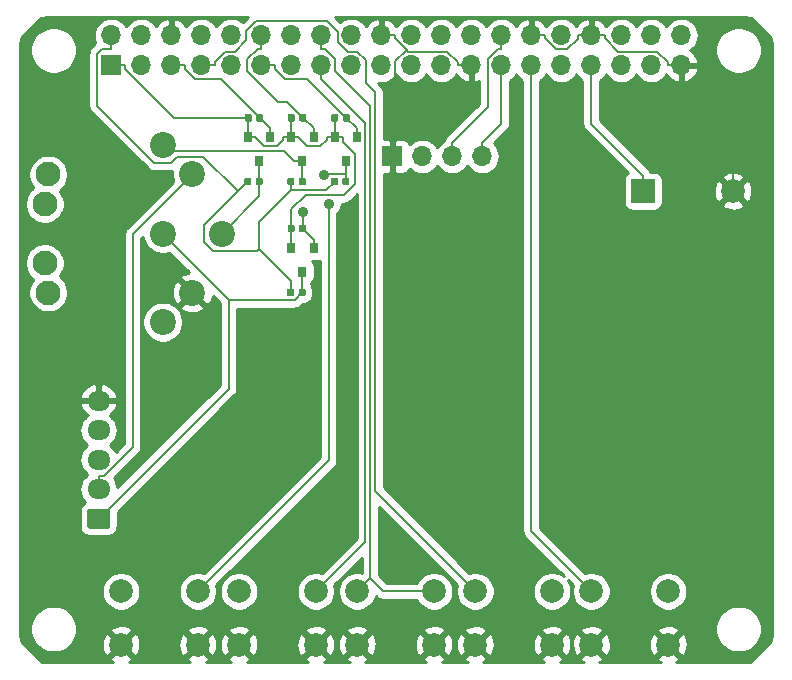
<source format=gbl>
G04 #@! TF.GenerationSoftware,KiCad,Pcbnew,(5.1.0)-1*
G04 #@! TF.CreationDate,2020-07-11T17:50:00+02:00*
G04 #@! TF.ProjectId,Pi1541,50693135-3431-42e6-9b69-6361645f7063,rev?*
G04 #@! TF.SameCoordinates,Original*
G04 #@! TF.FileFunction,Copper,L2,Bot*
G04 #@! TF.FilePolarity,Positive*
%FSLAX46Y46*%
G04 Gerber Fmt 4.6, Leading zero omitted, Abs format (unit mm)*
G04 Created by KiCad (PCBNEW (5.1.0)-1) date 2020-07-11 17:50:00*
%MOMM*%
%LPD*%
G04 APERTURE LIST*
%ADD10C,2.100000*%
%ADD11C,2.200000*%
%ADD12R,2.000000X2.000000*%
%ADD13C,2.000000*%
%ADD14R,1.700000X1.700000*%
%ADD15O,1.700000X1.700000*%
%ADD16C,0.150000*%
%ADD17C,1.700000*%
%ADD18O,1.950000X1.700000*%
%ADD19R,0.800000X0.900000*%
%ADD20C,0.590000*%
%ADD21C,0.900000*%
%ADD22C,0.200000*%
%ADD23C,0.254000*%
G04 APERTURE END LIST*
D10*
X202740640Y-115512520D03*
X202740640Y-110512520D03*
X203040640Y-118012520D03*
X203040640Y-108012520D03*
D11*
X212740640Y-105512520D03*
X212740640Y-113012520D03*
X212740640Y-120512520D03*
X215240640Y-108012520D03*
X215240640Y-118012520D03*
X217740640Y-113012520D03*
D12*
X253421000Y-109426000D03*
D13*
X261021000Y-109426000D03*
D14*
X232161000Y-106485000D03*
D15*
X234701000Y-106485000D03*
X237241000Y-106485000D03*
X239781000Y-106485000D03*
D13*
X249031000Y-147810000D03*
X249031000Y-143310000D03*
X255531000Y-147810000D03*
X255531000Y-143310000D03*
X245701000Y-143310000D03*
X245701000Y-147810000D03*
X239201000Y-143310000D03*
X239201000Y-147810000D03*
X229201000Y-147810000D03*
X229201000Y-143310000D03*
X235701000Y-147810000D03*
X235701000Y-143310000D03*
X225701000Y-143310000D03*
X225701000Y-147810000D03*
X219201000Y-143310000D03*
X219201000Y-147810000D03*
X209210000Y-147810000D03*
X209210000Y-143310000D03*
X215710000Y-147810000D03*
X215710000Y-143310000D03*
D16*
G36*
X208054504Y-136309204D02*
G01*
X208078773Y-136312804D01*
X208102571Y-136318765D01*
X208125671Y-136327030D01*
X208147849Y-136337520D01*
X208168893Y-136350133D01*
X208188598Y-136364747D01*
X208206777Y-136381223D01*
X208223253Y-136399402D01*
X208237867Y-136419107D01*
X208250480Y-136440151D01*
X208260970Y-136462329D01*
X208269235Y-136485429D01*
X208275196Y-136509227D01*
X208278796Y-136533496D01*
X208280000Y-136558000D01*
X208280000Y-137758000D01*
X208278796Y-137782504D01*
X208275196Y-137806773D01*
X208269235Y-137830571D01*
X208260970Y-137853671D01*
X208250480Y-137875849D01*
X208237867Y-137896893D01*
X208223253Y-137916598D01*
X208206777Y-137934777D01*
X208188598Y-137951253D01*
X208168893Y-137965867D01*
X208147849Y-137978480D01*
X208125671Y-137988970D01*
X208102571Y-137997235D01*
X208078773Y-138003196D01*
X208054504Y-138006796D01*
X208030000Y-138008000D01*
X206580000Y-138008000D01*
X206555496Y-138006796D01*
X206531227Y-138003196D01*
X206507429Y-137997235D01*
X206484329Y-137988970D01*
X206462151Y-137978480D01*
X206441107Y-137965867D01*
X206421402Y-137951253D01*
X206403223Y-137934777D01*
X206386747Y-137916598D01*
X206372133Y-137896893D01*
X206359520Y-137875849D01*
X206349030Y-137853671D01*
X206340765Y-137830571D01*
X206334804Y-137806773D01*
X206331204Y-137782504D01*
X206330000Y-137758000D01*
X206330000Y-136558000D01*
X206331204Y-136533496D01*
X206334804Y-136509227D01*
X206340765Y-136485429D01*
X206349030Y-136462329D01*
X206359520Y-136440151D01*
X206372133Y-136419107D01*
X206386747Y-136399402D01*
X206403223Y-136381223D01*
X206421402Y-136364747D01*
X206441107Y-136350133D01*
X206462151Y-136337520D01*
X206484329Y-136327030D01*
X206507429Y-136318765D01*
X206531227Y-136312804D01*
X206555496Y-136309204D01*
X206580000Y-136308000D01*
X208030000Y-136308000D01*
X208054504Y-136309204D01*
X208054504Y-136309204D01*
G37*
D17*
X207305000Y-137158000D03*
D18*
X207305000Y-134658000D03*
X207305000Y-132158000D03*
X207305000Y-129658000D03*
X207305000Y-127158000D03*
D19*
X220909000Y-106850000D03*
X221859000Y-104850000D03*
X219959000Y-104850000D03*
X223607000Y-104845000D03*
X225507000Y-104845000D03*
X224557000Y-106845000D03*
X228255000Y-106840000D03*
X229205000Y-104840000D03*
X227305000Y-104840000D03*
X223607000Y-114238000D03*
X225507000Y-114238000D03*
X224557000Y-116238000D03*
D16*
G36*
X223730958Y-117686710D02*
G01*
X223745276Y-117688834D01*
X223759317Y-117692351D01*
X223772946Y-117697228D01*
X223786031Y-117703417D01*
X223798447Y-117710858D01*
X223810073Y-117719481D01*
X223820798Y-117729202D01*
X223830519Y-117739927D01*
X223839142Y-117751553D01*
X223846583Y-117763969D01*
X223852772Y-117777054D01*
X223857649Y-117790683D01*
X223861166Y-117804724D01*
X223863290Y-117819042D01*
X223864000Y-117833500D01*
X223864000Y-118178500D01*
X223863290Y-118192958D01*
X223861166Y-118207276D01*
X223857649Y-118221317D01*
X223852772Y-118234946D01*
X223846583Y-118248031D01*
X223839142Y-118260447D01*
X223830519Y-118272073D01*
X223820798Y-118282798D01*
X223810073Y-118292519D01*
X223798447Y-118301142D01*
X223786031Y-118308583D01*
X223772946Y-118314772D01*
X223759317Y-118319649D01*
X223745276Y-118323166D01*
X223730958Y-118325290D01*
X223716500Y-118326000D01*
X223421500Y-118326000D01*
X223407042Y-118325290D01*
X223392724Y-118323166D01*
X223378683Y-118319649D01*
X223365054Y-118314772D01*
X223351969Y-118308583D01*
X223339553Y-118301142D01*
X223327927Y-118292519D01*
X223317202Y-118282798D01*
X223307481Y-118272073D01*
X223298858Y-118260447D01*
X223291417Y-118248031D01*
X223285228Y-118234946D01*
X223280351Y-118221317D01*
X223276834Y-118207276D01*
X223274710Y-118192958D01*
X223274000Y-118178500D01*
X223274000Y-117833500D01*
X223274710Y-117819042D01*
X223276834Y-117804724D01*
X223280351Y-117790683D01*
X223285228Y-117777054D01*
X223291417Y-117763969D01*
X223298858Y-117751553D01*
X223307481Y-117739927D01*
X223317202Y-117729202D01*
X223327927Y-117719481D01*
X223339553Y-117710858D01*
X223351969Y-117703417D01*
X223365054Y-117697228D01*
X223378683Y-117692351D01*
X223392724Y-117688834D01*
X223407042Y-117686710D01*
X223421500Y-117686000D01*
X223716500Y-117686000D01*
X223730958Y-117686710D01*
X223730958Y-117686710D01*
G37*
D20*
X223569000Y-118006000D03*
D16*
G36*
X224700958Y-117686710D02*
G01*
X224715276Y-117688834D01*
X224729317Y-117692351D01*
X224742946Y-117697228D01*
X224756031Y-117703417D01*
X224768447Y-117710858D01*
X224780073Y-117719481D01*
X224790798Y-117729202D01*
X224800519Y-117739927D01*
X224809142Y-117751553D01*
X224816583Y-117763969D01*
X224822772Y-117777054D01*
X224827649Y-117790683D01*
X224831166Y-117804724D01*
X224833290Y-117819042D01*
X224834000Y-117833500D01*
X224834000Y-118178500D01*
X224833290Y-118192958D01*
X224831166Y-118207276D01*
X224827649Y-118221317D01*
X224822772Y-118234946D01*
X224816583Y-118248031D01*
X224809142Y-118260447D01*
X224800519Y-118272073D01*
X224790798Y-118282798D01*
X224780073Y-118292519D01*
X224768447Y-118301142D01*
X224756031Y-118308583D01*
X224742946Y-118314772D01*
X224729317Y-118319649D01*
X224715276Y-118323166D01*
X224700958Y-118325290D01*
X224686500Y-118326000D01*
X224391500Y-118326000D01*
X224377042Y-118325290D01*
X224362724Y-118323166D01*
X224348683Y-118319649D01*
X224335054Y-118314772D01*
X224321969Y-118308583D01*
X224309553Y-118301142D01*
X224297927Y-118292519D01*
X224287202Y-118282798D01*
X224277481Y-118272073D01*
X224268858Y-118260447D01*
X224261417Y-118248031D01*
X224255228Y-118234946D01*
X224250351Y-118221317D01*
X224246834Y-118207276D01*
X224244710Y-118192958D01*
X224244000Y-118178500D01*
X224244000Y-117833500D01*
X224244710Y-117819042D01*
X224246834Y-117804724D01*
X224250351Y-117790683D01*
X224255228Y-117777054D01*
X224261417Y-117763969D01*
X224268858Y-117751553D01*
X224277481Y-117739927D01*
X224287202Y-117729202D01*
X224297927Y-117719481D01*
X224309553Y-117710858D01*
X224321969Y-117703417D01*
X224335054Y-117697228D01*
X224348683Y-117692351D01*
X224362724Y-117688834D01*
X224377042Y-117686710D01*
X224391500Y-117686000D01*
X224686500Y-117686000D01*
X224700958Y-117686710D01*
X224700958Y-117686710D01*
G37*
D20*
X224539000Y-118006000D03*
D16*
G36*
X228413958Y-108293710D02*
G01*
X228428276Y-108295834D01*
X228442317Y-108299351D01*
X228455946Y-108304228D01*
X228469031Y-108310417D01*
X228481447Y-108317858D01*
X228493073Y-108326481D01*
X228503798Y-108336202D01*
X228513519Y-108346927D01*
X228522142Y-108358553D01*
X228529583Y-108370969D01*
X228535772Y-108384054D01*
X228540649Y-108397683D01*
X228544166Y-108411724D01*
X228546290Y-108426042D01*
X228547000Y-108440500D01*
X228547000Y-108785500D01*
X228546290Y-108799958D01*
X228544166Y-108814276D01*
X228540649Y-108828317D01*
X228535772Y-108841946D01*
X228529583Y-108855031D01*
X228522142Y-108867447D01*
X228513519Y-108879073D01*
X228503798Y-108889798D01*
X228493073Y-108899519D01*
X228481447Y-108908142D01*
X228469031Y-108915583D01*
X228455946Y-108921772D01*
X228442317Y-108926649D01*
X228428276Y-108930166D01*
X228413958Y-108932290D01*
X228399500Y-108933000D01*
X228104500Y-108933000D01*
X228090042Y-108932290D01*
X228075724Y-108930166D01*
X228061683Y-108926649D01*
X228048054Y-108921772D01*
X228034969Y-108915583D01*
X228022553Y-108908142D01*
X228010927Y-108899519D01*
X228000202Y-108889798D01*
X227990481Y-108879073D01*
X227981858Y-108867447D01*
X227974417Y-108855031D01*
X227968228Y-108841946D01*
X227963351Y-108828317D01*
X227959834Y-108814276D01*
X227957710Y-108799958D01*
X227957000Y-108785500D01*
X227957000Y-108440500D01*
X227957710Y-108426042D01*
X227959834Y-108411724D01*
X227963351Y-108397683D01*
X227968228Y-108384054D01*
X227974417Y-108370969D01*
X227981858Y-108358553D01*
X227990481Y-108346927D01*
X228000202Y-108336202D01*
X228010927Y-108326481D01*
X228022553Y-108317858D01*
X228034969Y-108310417D01*
X228048054Y-108304228D01*
X228061683Y-108299351D01*
X228075724Y-108295834D01*
X228090042Y-108293710D01*
X228104500Y-108293000D01*
X228399500Y-108293000D01*
X228413958Y-108293710D01*
X228413958Y-108293710D01*
G37*
D20*
X228252000Y-108613000D03*
D16*
G36*
X227443958Y-108293710D02*
G01*
X227458276Y-108295834D01*
X227472317Y-108299351D01*
X227485946Y-108304228D01*
X227499031Y-108310417D01*
X227511447Y-108317858D01*
X227523073Y-108326481D01*
X227533798Y-108336202D01*
X227543519Y-108346927D01*
X227552142Y-108358553D01*
X227559583Y-108370969D01*
X227565772Y-108384054D01*
X227570649Y-108397683D01*
X227574166Y-108411724D01*
X227576290Y-108426042D01*
X227577000Y-108440500D01*
X227577000Y-108785500D01*
X227576290Y-108799958D01*
X227574166Y-108814276D01*
X227570649Y-108828317D01*
X227565772Y-108841946D01*
X227559583Y-108855031D01*
X227552142Y-108867447D01*
X227543519Y-108879073D01*
X227533798Y-108889798D01*
X227523073Y-108899519D01*
X227511447Y-108908142D01*
X227499031Y-108915583D01*
X227485946Y-108921772D01*
X227472317Y-108926649D01*
X227458276Y-108930166D01*
X227443958Y-108932290D01*
X227429500Y-108933000D01*
X227134500Y-108933000D01*
X227120042Y-108932290D01*
X227105724Y-108930166D01*
X227091683Y-108926649D01*
X227078054Y-108921772D01*
X227064969Y-108915583D01*
X227052553Y-108908142D01*
X227040927Y-108899519D01*
X227030202Y-108889798D01*
X227020481Y-108879073D01*
X227011858Y-108867447D01*
X227004417Y-108855031D01*
X226998228Y-108841946D01*
X226993351Y-108828317D01*
X226989834Y-108814276D01*
X226987710Y-108799958D01*
X226987000Y-108785500D01*
X226987000Y-108440500D01*
X226987710Y-108426042D01*
X226989834Y-108411724D01*
X226993351Y-108397683D01*
X226998228Y-108384054D01*
X227004417Y-108370969D01*
X227011858Y-108358553D01*
X227020481Y-108346927D01*
X227030202Y-108336202D01*
X227040927Y-108326481D01*
X227052553Y-108317858D01*
X227064969Y-108310417D01*
X227078054Y-108304228D01*
X227091683Y-108299351D01*
X227105724Y-108295834D01*
X227120042Y-108293710D01*
X227134500Y-108293000D01*
X227429500Y-108293000D01*
X227443958Y-108293710D01*
X227443958Y-108293710D01*
G37*
D20*
X227282000Y-108613000D03*
D16*
G36*
X220133958Y-102903710D02*
G01*
X220148276Y-102905834D01*
X220162317Y-102909351D01*
X220175946Y-102914228D01*
X220189031Y-102920417D01*
X220201447Y-102927858D01*
X220213073Y-102936481D01*
X220223798Y-102946202D01*
X220233519Y-102956927D01*
X220242142Y-102968553D01*
X220249583Y-102980969D01*
X220255772Y-102994054D01*
X220260649Y-103007683D01*
X220264166Y-103021724D01*
X220266290Y-103036042D01*
X220267000Y-103050500D01*
X220267000Y-103395500D01*
X220266290Y-103409958D01*
X220264166Y-103424276D01*
X220260649Y-103438317D01*
X220255772Y-103451946D01*
X220249583Y-103465031D01*
X220242142Y-103477447D01*
X220233519Y-103489073D01*
X220223798Y-103499798D01*
X220213073Y-103509519D01*
X220201447Y-103518142D01*
X220189031Y-103525583D01*
X220175946Y-103531772D01*
X220162317Y-103536649D01*
X220148276Y-103540166D01*
X220133958Y-103542290D01*
X220119500Y-103543000D01*
X219824500Y-103543000D01*
X219810042Y-103542290D01*
X219795724Y-103540166D01*
X219781683Y-103536649D01*
X219768054Y-103531772D01*
X219754969Y-103525583D01*
X219742553Y-103518142D01*
X219730927Y-103509519D01*
X219720202Y-103499798D01*
X219710481Y-103489073D01*
X219701858Y-103477447D01*
X219694417Y-103465031D01*
X219688228Y-103451946D01*
X219683351Y-103438317D01*
X219679834Y-103424276D01*
X219677710Y-103409958D01*
X219677000Y-103395500D01*
X219677000Y-103050500D01*
X219677710Y-103036042D01*
X219679834Y-103021724D01*
X219683351Y-103007683D01*
X219688228Y-102994054D01*
X219694417Y-102980969D01*
X219701858Y-102968553D01*
X219710481Y-102956927D01*
X219720202Y-102946202D01*
X219730927Y-102936481D01*
X219742553Y-102927858D01*
X219754969Y-102920417D01*
X219768054Y-102914228D01*
X219781683Y-102909351D01*
X219795724Y-102905834D01*
X219810042Y-102903710D01*
X219824500Y-102903000D01*
X220119500Y-102903000D01*
X220133958Y-102903710D01*
X220133958Y-102903710D01*
G37*
D20*
X219972000Y-103223000D03*
D16*
G36*
X221103958Y-102903710D02*
G01*
X221118276Y-102905834D01*
X221132317Y-102909351D01*
X221145946Y-102914228D01*
X221159031Y-102920417D01*
X221171447Y-102927858D01*
X221183073Y-102936481D01*
X221193798Y-102946202D01*
X221203519Y-102956927D01*
X221212142Y-102968553D01*
X221219583Y-102980969D01*
X221225772Y-102994054D01*
X221230649Y-103007683D01*
X221234166Y-103021724D01*
X221236290Y-103036042D01*
X221237000Y-103050500D01*
X221237000Y-103395500D01*
X221236290Y-103409958D01*
X221234166Y-103424276D01*
X221230649Y-103438317D01*
X221225772Y-103451946D01*
X221219583Y-103465031D01*
X221212142Y-103477447D01*
X221203519Y-103489073D01*
X221193798Y-103499798D01*
X221183073Y-103509519D01*
X221171447Y-103518142D01*
X221159031Y-103525583D01*
X221145946Y-103531772D01*
X221132317Y-103536649D01*
X221118276Y-103540166D01*
X221103958Y-103542290D01*
X221089500Y-103543000D01*
X220794500Y-103543000D01*
X220780042Y-103542290D01*
X220765724Y-103540166D01*
X220751683Y-103536649D01*
X220738054Y-103531772D01*
X220724969Y-103525583D01*
X220712553Y-103518142D01*
X220700927Y-103509519D01*
X220690202Y-103499798D01*
X220680481Y-103489073D01*
X220671858Y-103477447D01*
X220664417Y-103465031D01*
X220658228Y-103451946D01*
X220653351Y-103438317D01*
X220649834Y-103424276D01*
X220647710Y-103409958D01*
X220647000Y-103395500D01*
X220647000Y-103050500D01*
X220647710Y-103036042D01*
X220649834Y-103021724D01*
X220653351Y-103007683D01*
X220658228Y-102994054D01*
X220664417Y-102980969D01*
X220671858Y-102968553D01*
X220680481Y-102956927D01*
X220690202Y-102946202D01*
X220700927Y-102936481D01*
X220712553Y-102927858D01*
X220724969Y-102920417D01*
X220738054Y-102914228D01*
X220751683Y-102909351D01*
X220765724Y-102905834D01*
X220780042Y-102903710D01*
X220794500Y-102903000D01*
X221089500Y-102903000D01*
X221103958Y-102903710D01*
X221103958Y-102903710D01*
G37*
D20*
X220942000Y-103223000D03*
D16*
G36*
X221070958Y-108283710D02*
G01*
X221085276Y-108285834D01*
X221099317Y-108289351D01*
X221112946Y-108294228D01*
X221126031Y-108300417D01*
X221138447Y-108307858D01*
X221150073Y-108316481D01*
X221160798Y-108326202D01*
X221170519Y-108336927D01*
X221179142Y-108348553D01*
X221186583Y-108360969D01*
X221192772Y-108374054D01*
X221197649Y-108387683D01*
X221201166Y-108401724D01*
X221203290Y-108416042D01*
X221204000Y-108430500D01*
X221204000Y-108775500D01*
X221203290Y-108789958D01*
X221201166Y-108804276D01*
X221197649Y-108818317D01*
X221192772Y-108831946D01*
X221186583Y-108845031D01*
X221179142Y-108857447D01*
X221170519Y-108869073D01*
X221160798Y-108879798D01*
X221150073Y-108889519D01*
X221138447Y-108898142D01*
X221126031Y-108905583D01*
X221112946Y-108911772D01*
X221099317Y-108916649D01*
X221085276Y-108920166D01*
X221070958Y-108922290D01*
X221056500Y-108923000D01*
X220761500Y-108923000D01*
X220747042Y-108922290D01*
X220732724Y-108920166D01*
X220718683Y-108916649D01*
X220705054Y-108911772D01*
X220691969Y-108905583D01*
X220679553Y-108898142D01*
X220667927Y-108889519D01*
X220657202Y-108879798D01*
X220647481Y-108869073D01*
X220638858Y-108857447D01*
X220631417Y-108845031D01*
X220625228Y-108831946D01*
X220620351Y-108818317D01*
X220616834Y-108804276D01*
X220614710Y-108789958D01*
X220614000Y-108775500D01*
X220614000Y-108430500D01*
X220614710Y-108416042D01*
X220616834Y-108401724D01*
X220620351Y-108387683D01*
X220625228Y-108374054D01*
X220631417Y-108360969D01*
X220638858Y-108348553D01*
X220647481Y-108336927D01*
X220657202Y-108326202D01*
X220667927Y-108316481D01*
X220679553Y-108307858D01*
X220691969Y-108300417D01*
X220705054Y-108294228D01*
X220718683Y-108289351D01*
X220732724Y-108285834D01*
X220747042Y-108283710D01*
X220761500Y-108283000D01*
X221056500Y-108283000D01*
X221070958Y-108283710D01*
X221070958Y-108283710D01*
G37*
D20*
X220909000Y-108603000D03*
D16*
G36*
X220100958Y-108283710D02*
G01*
X220115276Y-108285834D01*
X220129317Y-108289351D01*
X220142946Y-108294228D01*
X220156031Y-108300417D01*
X220168447Y-108307858D01*
X220180073Y-108316481D01*
X220190798Y-108326202D01*
X220200519Y-108336927D01*
X220209142Y-108348553D01*
X220216583Y-108360969D01*
X220222772Y-108374054D01*
X220227649Y-108387683D01*
X220231166Y-108401724D01*
X220233290Y-108416042D01*
X220234000Y-108430500D01*
X220234000Y-108775500D01*
X220233290Y-108789958D01*
X220231166Y-108804276D01*
X220227649Y-108818317D01*
X220222772Y-108831946D01*
X220216583Y-108845031D01*
X220209142Y-108857447D01*
X220200519Y-108869073D01*
X220190798Y-108879798D01*
X220180073Y-108889519D01*
X220168447Y-108898142D01*
X220156031Y-108905583D01*
X220142946Y-108911772D01*
X220129317Y-108916649D01*
X220115276Y-108920166D01*
X220100958Y-108922290D01*
X220086500Y-108923000D01*
X219791500Y-108923000D01*
X219777042Y-108922290D01*
X219762724Y-108920166D01*
X219748683Y-108916649D01*
X219735054Y-108911772D01*
X219721969Y-108905583D01*
X219709553Y-108898142D01*
X219697927Y-108889519D01*
X219687202Y-108879798D01*
X219677481Y-108869073D01*
X219668858Y-108857447D01*
X219661417Y-108845031D01*
X219655228Y-108831946D01*
X219650351Y-108818317D01*
X219646834Y-108804276D01*
X219644710Y-108789958D01*
X219644000Y-108775500D01*
X219644000Y-108430500D01*
X219644710Y-108416042D01*
X219646834Y-108401724D01*
X219650351Y-108387683D01*
X219655228Y-108374054D01*
X219661417Y-108360969D01*
X219668858Y-108348553D01*
X219677481Y-108336927D01*
X219687202Y-108326202D01*
X219697927Y-108316481D01*
X219709553Y-108307858D01*
X219721969Y-108300417D01*
X219735054Y-108294228D01*
X219748683Y-108289351D01*
X219762724Y-108285834D01*
X219777042Y-108283710D01*
X219791500Y-108283000D01*
X220086500Y-108283000D01*
X220100958Y-108283710D01*
X220100958Y-108283710D01*
G37*
D20*
X219939000Y-108603000D03*
D16*
G36*
X223786958Y-102893710D02*
G01*
X223801276Y-102895834D01*
X223815317Y-102899351D01*
X223828946Y-102904228D01*
X223842031Y-102910417D01*
X223854447Y-102917858D01*
X223866073Y-102926481D01*
X223876798Y-102936202D01*
X223886519Y-102946927D01*
X223895142Y-102958553D01*
X223902583Y-102970969D01*
X223908772Y-102984054D01*
X223913649Y-102997683D01*
X223917166Y-103011724D01*
X223919290Y-103026042D01*
X223920000Y-103040500D01*
X223920000Y-103385500D01*
X223919290Y-103399958D01*
X223917166Y-103414276D01*
X223913649Y-103428317D01*
X223908772Y-103441946D01*
X223902583Y-103455031D01*
X223895142Y-103467447D01*
X223886519Y-103479073D01*
X223876798Y-103489798D01*
X223866073Y-103499519D01*
X223854447Y-103508142D01*
X223842031Y-103515583D01*
X223828946Y-103521772D01*
X223815317Y-103526649D01*
X223801276Y-103530166D01*
X223786958Y-103532290D01*
X223772500Y-103533000D01*
X223477500Y-103533000D01*
X223463042Y-103532290D01*
X223448724Y-103530166D01*
X223434683Y-103526649D01*
X223421054Y-103521772D01*
X223407969Y-103515583D01*
X223395553Y-103508142D01*
X223383927Y-103499519D01*
X223373202Y-103489798D01*
X223363481Y-103479073D01*
X223354858Y-103467447D01*
X223347417Y-103455031D01*
X223341228Y-103441946D01*
X223336351Y-103428317D01*
X223332834Y-103414276D01*
X223330710Y-103399958D01*
X223330000Y-103385500D01*
X223330000Y-103040500D01*
X223330710Y-103026042D01*
X223332834Y-103011724D01*
X223336351Y-102997683D01*
X223341228Y-102984054D01*
X223347417Y-102970969D01*
X223354858Y-102958553D01*
X223363481Y-102946927D01*
X223373202Y-102936202D01*
X223383927Y-102926481D01*
X223395553Y-102917858D01*
X223407969Y-102910417D01*
X223421054Y-102904228D01*
X223434683Y-102899351D01*
X223448724Y-102895834D01*
X223463042Y-102893710D01*
X223477500Y-102893000D01*
X223772500Y-102893000D01*
X223786958Y-102893710D01*
X223786958Y-102893710D01*
G37*
D20*
X223625000Y-103213000D03*
D16*
G36*
X224756958Y-102893710D02*
G01*
X224771276Y-102895834D01*
X224785317Y-102899351D01*
X224798946Y-102904228D01*
X224812031Y-102910417D01*
X224824447Y-102917858D01*
X224836073Y-102926481D01*
X224846798Y-102936202D01*
X224856519Y-102946927D01*
X224865142Y-102958553D01*
X224872583Y-102970969D01*
X224878772Y-102984054D01*
X224883649Y-102997683D01*
X224887166Y-103011724D01*
X224889290Y-103026042D01*
X224890000Y-103040500D01*
X224890000Y-103385500D01*
X224889290Y-103399958D01*
X224887166Y-103414276D01*
X224883649Y-103428317D01*
X224878772Y-103441946D01*
X224872583Y-103455031D01*
X224865142Y-103467447D01*
X224856519Y-103479073D01*
X224846798Y-103489798D01*
X224836073Y-103499519D01*
X224824447Y-103508142D01*
X224812031Y-103515583D01*
X224798946Y-103521772D01*
X224785317Y-103526649D01*
X224771276Y-103530166D01*
X224756958Y-103532290D01*
X224742500Y-103533000D01*
X224447500Y-103533000D01*
X224433042Y-103532290D01*
X224418724Y-103530166D01*
X224404683Y-103526649D01*
X224391054Y-103521772D01*
X224377969Y-103515583D01*
X224365553Y-103508142D01*
X224353927Y-103499519D01*
X224343202Y-103489798D01*
X224333481Y-103479073D01*
X224324858Y-103467447D01*
X224317417Y-103455031D01*
X224311228Y-103441946D01*
X224306351Y-103428317D01*
X224302834Y-103414276D01*
X224300710Y-103399958D01*
X224300000Y-103385500D01*
X224300000Y-103040500D01*
X224300710Y-103026042D01*
X224302834Y-103011724D01*
X224306351Y-102997683D01*
X224311228Y-102984054D01*
X224317417Y-102970969D01*
X224324858Y-102958553D01*
X224333481Y-102946927D01*
X224343202Y-102936202D01*
X224353927Y-102926481D01*
X224365553Y-102917858D01*
X224377969Y-102910417D01*
X224391054Y-102904228D01*
X224404683Y-102899351D01*
X224418724Y-102895834D01*
X224433042Y-102893710D01*
X224447500Y-102893000D01*
X224742500Y-102893000D01*
X224756958Y-102893710D01*
X224756958Y-102893710D01*
G37*
D20*
X224595000Y-103213000D03*
D16*
G36*
X228429958Y-102893710D02*
G01*
X228444276Y-102895834D01*
X228458317Y-102899351D01*
X228471946Y-102904228D01*
X228485031Y-102910417D01*
X228497447Y-102917858D01*
X228509073Y-102926481D01*
X228519798Y-102936202D01*
X228529519Y-102946927D01*
X228538142Y-102958553D01*
X228545583Y-102970969D01*
X228551772Y-102984054D01*
X228556649Y-102997683D01*
X228560166Y-103011724D01*
X228562290Y-103026042D01*
X228563000Y-103040500D01*
X228563000Y-103385500D01*
X228562290Y-103399958D01*
X228560166Y-103414276D01*
X228556649Y-103428317D01*
X228551772Y-103441946D01*
X228545583Y-103455031D01*
X228538142Y-103467447D01*
X228529519Y-103479073D01*
X228519798Y-103489798D01*
X228509073Y-103499519D01*
X228497447Y-103508142D01*
X228485031Y-103515583D01*
X228471946Y-103521772D01*
X228458317Y-103526649D01*
X228444276Y-103530166D01*
X228429958Y-103532290D01*
X228415500Y-103533000D01*
X228120500Y-103533000D01*
X228106042Y-103532290D01*
X228091724Y-103530166D01*
X228077683Y-103526649D01*
X228064054Y-103521772D01*
X228050969Y-103515583D01*
X228038553Y-103508142D01*
X228026927Y-103499519D01*
X228016202Y-103489798D01*
X228006481Y-103479073D01*
X227997858Y-103467447D01*
X227990417Y-103455031D01*
X227984228Y-103441946D01*
X227979351Y-103428317D01*
X227975834Y-103414276D01*
X227973710Y-103399958D01*
X227973000Y-103385500D01*
X227973000Y-103040500D01*
X227973710Y-103026042D01*
X227975834Y-103011724D01*
X227979351Y-102997683D01*
X227984228Y-102984054D01*
X227990417Y-102970969D01*
X227997858Y-102958553D01*
X228006481Y-102946927D01*
X228016202Y-102936202D01*
X228026927Y-102926481D01*
X228038553Y-102917858D01*
X228050969Y-102910417D01*
X228064054Y-102904228D01*
X228077683Y-102899351D01*
X228091724Y-102895834D01*
X228106042Y-102893710D01*
X228120500Y-102893000D01*
X228415500Y-102893000D01*
X228429958Y-102893710D01*
X228429958Y-102893710D01*
G37*
D20*
X228268000Y-103213000D03*
D16*
G36*
X227459958Y-102893710D02*
G01*
X227474276Y-102895834D01*
X227488317Y-102899351D01*
X227501946Y-102904228D01*
X227515031Y-102910417D01*
X227527447Y-102917858D01*
X227539073Y-102926481D01*
X227549798Y-102936202D01*
X227559519Y-102946927D01*
X227568142Y-102958553D01*
X227575583Y-102970969D01*
X227581772Y-102984054D01*
X227586649Y-102997683D01*
X227590166Y-103011724D01*
X227592290Y-103026042D01*
X227593000Y-103040500D01*
X227593000Y-103385500D01*
X227592290Y-103399958D01*
X227590166Y-103414276D01*
X227586649Y-103428317D01*
X227581772Y-103441946D01*
X227575583Y-103455031D01*
X227568142Y-103467447D01*
X227559519Y-103479073D01*
X227549798Y-103489798D01*
X227539073Y-103499519D01*
X227527447Y-103508142D01*
X227515031Y-103515583D01*
X227501946Y-103521772D01*
X227488317Y-103526649D01*
X227474276Y-103530166D01*
X227459958Y-103532290D01*
X227445500Y-103533000D01*
X227150500Y-103533000D01*
X227136042Y-103532290D01*
X227121724Y-103530166D01*
X227107683Y-103526649D01*
X227094054Y-103521772D01*
X227080969Y-103515583D01*
X227068553Y-103508142D01*
X227056927Y-103499519D01*
X227046202Y-103489798D01*
X227036481Y-103479073D01*
X227027858Y-103467447D01*
X227020417Y-103455031D01*
X227014228Y-103441946D01*
X227009351Y-103428317D01*
X227005834Y-103414276D01*
X227003710Y-103399958D01*
X227003000Y-103385500D01*
X227003000Y-103040500D01*
X227003710Y-103026042D01*
X227005834Y-103011724D01*
X227009351Y-102997683D01*
X227014228Y-102984054D01*
X227020417Y-102970969D01*
X227027858Y-102958553D01*
X227036481Y-102946927D01*
X227046202Y-102936202D01*
X227056927Y-102926481D01*
X227068553Y-102917858D01*
X227080969Y-102910417D01*
X227094054Y-102904228D01*
X227107683Y-102899351D01*
X227121724Y-102895834D01*
X227136042Y-102893710D01*
X227150500Y-102893000D01*
X227445500Y-102893000D01*
X227459958Y-102893710D01*
X227459958Y-102893710D01*
G37*
D20*
X227298000Y-103213000D03*
D16*
G36*
X223765958Y-112276710D02*
G01*
X223780276Y-112278834D01*
X223794317Y-112282351D01*
X223807946Y-112287228D01*
X223821031Y-112293417D01*
X223833447Y-112300858D01*
X223845073Y-112309481D01*
X223855798Y-112319202D01*
X223865519Y-112329927D01*
X223874142Y-112341553D01*
X223881583Y-112353969D01*
X223887772Y-112367054D01*
X223892649Y-112380683D01*
X223896166Y-112394724D01*
X223898290Y-112409042D01*
X223899000Y-112423500D01*
X223899000Y-112768500D01*
X223898290Y-112782958D01*
X223896166Y-112797276D01*
X223892649Y-112811317D01*
X223887772Y-112824946D01*
X223881583Y-112838031D01*
X223874142Y-112850447D01*
X223865519Y-112862073D01*
X223855798Y-112872798D01*
X223845073Y-112882519D01*
X223833447Y-112891142D01*
X223821031Y-112898583D01*
X223807946Y-112904772D01*
X223794317Y-112909649D01*
X223780276Y-112913166D01*
X223765958Y-112915290D01*
X223751500Y-112916000D01*
X223456500Y-112916000D01*
X223442042Y-112915290D01*
X223427724Y-112913166D01*
X223413683Y-112909649D01*
X223400054Y-112904772D01*
X223386969Y-112898583D01*
X223374553Y-112891142D01*
X223362927Y-112882519D01*
X223352202Y-112872798D01*
X223342481Y-112862073D01*
X223333858Y-112850447D01*
X223326417Y-112838031D01*
X223320228Y-112824946D01*
X223315351Y-112811317D01*
X223311834Y-112797276D01*
X223309710Y-112782958D01*
X223309000Y-112768500D01*
X223309000Y-112423500D01*
X223309710Y-112409042D01*
X223311834Y-112394724D01*
X223315351Y-112380683D01*
X223320228Y-112367054D01*
X223326417Y-112353969D01*
X223333858Y-112341553D01*
X223342481Y-112329927D01*
X223352202Y-112319202D01*
X223362927Y-112309481D01*
X223374553Y-112300858D01*
X223386969Y-112293417D01*
X223400054Y-112287228D01*
X223413683Y-112282351D01*
X223427724Y-112278834D01*
X223442042Y-112276710D01*
X223456500Y-112276000D01*
X223751500Y-112276000D01*
X223765958Y-112276710D01*
X223765958Y-112276710D01*
G37*
D20*
X223604000Y-112596000D03*
D16*
G36*
X224735958Y-112276710D02*
G01*
X224750276Y-112278834D01*
X224764317Y-112282351D01*
X224777946Y-112287228D01*
X224791031Y-112293417D01*
X224803447Y-112300858D01*
X224815073Y-112309481D01*
X224825798Y-112319202D01*
X224835519Y-112329927D01*
X224844142Y-112341553D01*
X224851583Y-112353969D01*
X224857772Y-112367054D01*
X224862649Y-112380683D01*
X224866166Y-112394724D01*
X224868290Y-112409042D01*
X224869000Y-112423500D01*
X224869000Y-112768500D01*
X224868290Y-112782958D01*
X224866166Y-112797276D01*
X224862649Y-112811317D01*
X224857772Y-112824946D01*
X224851583Y-112838031D01*
X224844142Y-112850447D01*
X224835519Y-112862073D01*
X224825798Y-112872798D01*
X224815073Y-112882519D01*
X224803447Y-112891142D01*
X224791031Y-112898583D01*
X224777946Y-112904772D01*
X224764317Y-112909649D01*
X224750276Y-112913166D01*
X224735958Y-112915290D01*
X224721500Y-112916000D01*
X224426500Y-112916000D01*
X224412042Y-112915290D01*
X224397724Y-112913166D01*
X224383683Y-112909649D01*
X224370054Y-112904772D01*
X224356969Y-112898583D01*
X224344553Y-112891142D01*
X224332927Y-112882519D01*
X224322202Y-112872798D01*
X224312481Y-112862073D01*
X224303858Y-112850447D01*
X224296417Y-112838031D01*
X224290228Y-112824946D01*
X224285351Y-112811317D01*
X224281834Y-112797276D01*
X224279710Y-112782958D01*
X224279000Y-112768500D01*
X224279000Y-112423500D01*
X224279710Y-112409042D01*
X224281834Y-112394724D01*
X224285351Y-112380683D01*
X224290228Y-112367054D01*
X224296417Y-112353969D01*
X224303858Y-112341553D01*
X224312481Y-112329927D01*
X224322202Y-112319202D01*
X224332927Y-112309481D01*
X224344553Y-112300858D01*
X224356969Y-112293417D01*
X224370054Y-112287228D01*
X224383683Y-112282351D01*
X224397724Y-112278834D01*
X224412042Y-112276710D01*
X224426500Y-112276000D01*
X224721500Y-112276000D01*
X224735958Y-112276710D01*
X224735958Y-112276710D01*
G37*
D20*
X224574000Y-112596000D03*
D16*
G36*
X224720958Y-108293710D02*
G01*
X224735276Y-108295834D01*
X224749317Y-108299351D01*
X224762946Y-108304228D01*
X224776031Y-108310417D01*
X224788447Y-108317858D01*
X224800073Y-108326481D01*
X224810798Y-108336202D01*
X224820519Y-108346927D01*
X224829142Y-108358553D01*
X224836583Y-108370969D01*
X224842772Y-108384054D01*
X224847649Y-108397683D01*
X224851166Y-108411724D01*
X224853290Y-108426042D01*
X224854000Y-108440500D01*
X224854000Y-108785500D01*
X224853290Y-108799958D01*
X224851166Y-108814276D01*
X224847649Y-108828317D01*
X224842772Y-108841946D01*
X224836583Y-108855031D01*
X224829142Y-108867447D01*
X224820519Y-108879073D01*
X224810798Y-108889798D01*
X224800073Y-108899519D01*
X224788447Y-108908142D01*
X224776031Y-108915583D01*
X224762946Y-108921772D01*
X224749317Y-108926649D01*
X224735276Y-108930166D01*
X224720958Y-108932290D01*
X224706500Y-108933000D01*
X224411500Y-108933000D01*
X224397042Y-108932290D01*
X224382724Y-108930166D01*
X224368683Y-108926649D01*
X224355054Y-108921772D01*
X224341969Y-108915583D01*
X224329553Y-108908142D01*
X224317927Y-108899519D01*
X224307202Y-108889798D01*
X224297481Y-108879073D01*
X224288858Y-108867447D01*
X224281417Y-108855031D01*
X224275228Y-108841946D01*
X224270351Y-108828317D01*
X224266834Y-108814276D01*
X224264710Y-108799958D01*
X224264000Y-108785500D01*
X224264000Y-108440500D01*
X224264710Y-108426042D01*
X224266834Y-108411724D01*
X224270351Y-108397683D01*
X224275228Y-108384054D01*
X224281417Y-108370969D01*
X224288858Y-108358553D01*
X224297481Y-108346927D01*
X224307202Y-108336202D01*
X224317927Y-108326481D01*
X224329553Y-108317858D01*
X224341969Y-108310417D01*
X224355054Y-108304228D01*
X224368683Y-108299351D01*
X224382724Y-108295834D01*
X224397042Y-108293710D01*
X224411500Y-108293000D01*
X224706500Y-108293000D01*
X224720958Y-108293710D01*
X224720958Y-108293710D01*
G37*
D20*
X224559000Y-108613000D03*
D16*
G36*
X223750958Y-108293710D02*
G01*
X223765276Y-108295834D01*
X223779317Y-108299351D01*
X223792946Y-108304228D01*
X223806031Y-108310417D01*
X223818447Y-108317858D01*
X223830073Y-108326481D01*
X223840798Y-108336202D01*
X223850519Y-108346927D01*
X223859142Y-108358553D01*
X223866583Y-108370969D01*
X223872772Y-108384054D01*
X223877649Y-108397683D01*
X223881166Y-108411724D01*
X223883290Y-108426042D01*
X223884000Y-108440500D01*
X223884000Y-108785500D01*
X223883290Y-108799958D01*
X223881166Y-108814276D01*
X223877649Y-108828317D01*
X223872772Y-108841946D01*
X223866583Y-108855031D01*
X223859142Y-108867447D01*
X223850519Y-108879073D01*
X223840798Y-108889798D01*
X223830073Y-108899519D01*
X223818447Y-108908142D01*
X223806031Y-108915583D01*
X223792946Y-108921772D01*
X223779317Y-108926649D01*
X223765276Y-108930166D01*
X223750958Y-108932290D01*
X223736500Y-108933000D01*
X223441500Y-108933000D01*
X223427042Y-108932290D01*
X223412724Y-108930166D01*
X223398683Y-108926649D01*
X223385054Y-108921772D01*
X223371969Y-108915583D01*
X223359553Y-108908142D01*
X223347927Y-108899519D01*
X223337202Y-108889798D01*
X223327481Y-108879073D01*
X223318858Y-108867447D01*
X223311417Y-108855031D01*
X223305228Y-108841946D01*
X223300351Y-108828317D01*
X223296834Y-108814276D01*
X223294710Y-108799958D01*
X223294000Y-108785500D01*
X223294000Y-108440500D01*
X223294710Y-108426042D01*
X223296834Y-108411724D01*
X223300351Y-108397683D01*
X223305228Y-108384054D01*
X223311417Y-108370969D01*
X223318858Y-108358553D01*
X223327481Y-108346927D01*
X223337202Y-108336202D01*
X223347927Y-108326481D01*
X223359553Y-108317858D01*
X223371969Y-108310417D01*
X223385054Y-108304228D01*
X223398683Y-108299351D01*
X223412724Y-108295834D01*
X223427042Y-108293710D01*
X223441500Y-108293000D01*
X223736500Y-108293000D01*
X223750958Y-108293710D01*
X223750958Y-108293710D01*
G37*
D20*
X223589000Y-108613000D03*
D14*
X208370000Y-98770000D03*
D15*
X208370000Y-96230000D03*
X210910000Y-98770000D03*
X210910000Y-96230000D03*
X213450000Y-98770000D03*
X213450000Y-96230000D03*
X215990000Y-98770000D03*
X215990000Y-96230000D03*
X218530000Y-98770000D03*
X218530000Y-96230000D03*
X221070000Y-98770000D03*
X221070000Y-96230000D03*
X223610000Y-98770000D03*
X223610000Y-96230000D03*
X226150000Y-98770000D03*
X226150000Y-96230000D03*
X228690000Y-98770000D03*
X228690000Y-96230000D03*
X231230000Y-98770000D03*
X231230000Y-96230000D03*
X233770000Y-98770000D03*
X233770000Y-96230000D03*
X236310000Y-98770000D03*
X236310000Y-96230000D03*
X238850000Y-98770000D03*
X238850000Y-96230000D03*
X241390000Y-98770000D03*
X241390000Y-96230000D03*
X243930000Y-98770000D03*
X243930000Y-96230000D03*
X246470000Y-98770000D03*
X246470000Y-96230000D03*
X249010000Y-98770000D03*
X249010000Y-96230000D03*
X251550000Y-98770000D03*
X251550000Y-96230000D03*
X254090000Y-98770000D03*
X254090000Y-96230000D03*
X256630000Y-98770000D03*
X256630000Y-96230000D03*
D21*
X226358100Y-108043000D03*
X224574000Y-111149300D03*
X226795500Y-110488700D03*
D22*
X228005300Y-104840000D02*
X228005300Y-105296300D01*
X228005300Y-105296300D02*
X229002100Y-106293100D01*
X229002100Y-106293100D02*
X229002100Y-108832600D01*
X229002100Y-108832600D02*
X228096300Y-109738400D01*
X228096300Y-109738400D02*
X224840800Y-109738400D01*
X224840800Y-109738400D02*
X223604000Y-110975200D01*
X223604000Y-110975200D02*
X223604000Y-112596000D01*
X227305000Y-104840000D02*
X228005300Y-104840000D01*
X226954900Y-104840000D02*
X227305000Y-104840000D01*
X226954900Y-104840000D02*
X226604700Y-104840000D01*
X219959000Y-103223000D02*
X219972000Y-103223000D01*
X209520300Y-98770000D02*
X209520300Y-99057600D01*
X209520300Y-99057600D02*
X213685700Y-103223000D01*
X213685700Y-103223000D02*
X219959000Y-103223000D01*
X219959000Y-103223000D02*
X219959000Y-104099700D01*
X219959000Y-104850000D02*
X219959000Y-104099700D01*
X223607000Y-114238000D02*
X223607000Y-113487700D01*
X223604000Y-112596000D02*
X223604000Y-113484700D01*
X223604000Y-113484700D02*
X223607000Y-113487700D01*
X208370000Y-98770000D02*
X209520300Y-98770000D01*
X227298000Y-103213000D02*
X227305000Y-103220000D01*
X227305000Y-103220000D02*
X227305000Y-104089700D01*
X226604700Y-104840000D02*
X226604700Y-105087800D01*
X226604700Y-105087800D02*
X226059900Y-105632600D01*
X226059900Y-105632600D02*
X224988500Y-105632600D01*
X224988500Y-105632600D02*
X224307300Y-104951400D01*
X224307300Y-104951400D02*
X224307300Y-104845000D01*
X227305000Y-104464800D02*
X227305000Y-104840000D01*
X227305000Y-104464800D02*
X227305000Y-104089700D01*
X223625000Y-103213000D02*
X223625000Y-104076700D01*
X223625000Y-104076700D02*
X223607000Y-104094700D01*
X223607000Y-104845000D02*
X223607000Y-104094700D01*
X219959000Y-104850000D02*
X220659300Y-104850000D01*
X220659300Y-104850000D02*
X220659300Y-104937500D01*
X220659300Y-104937500D02*
X221322200Y-105600400D01*
X221322200Y-105600400D02*
X222413900Y-105600400D01*
X222413900Y-105600400D02*
X222906700Y-105107600D01*
X222906700Y-105107600D02*
X222906700Y-104845000D01*
X223607000Y-104845000D02*
X222906700Y-104845000D01*
X223607000Y-104845000D02*
X224307300Y-104845000D01*
X223589000Y-109293400D02*
X223589000Y-108613000D01*
X220867200Y-114338300D02*
X220867200Y-112015200D01*
X220867200Y-112015200D02*
X223589000Y-109293400D01*
X223589000Y-109293400D02*
X226601600Y-109293400D01*
X226601600Y-109293400D02*
X227282000Y-108613000D01*
X220867200Y-114338300D02*
X223569000Y-117040100D01*
X223569000Y-117040100D02*
X223569000Y-118006000D01*
X216161879Y-106512519D02*
X219095680Y-109446320D01*
X213426959Y-107012521D02*
X213926961Y-106512519D01*
X213926961Y-106512519D02*
X216161879Y-106512519D01*
X212020639Y-107012521D02*
X213426959Y-107012521D01*
X207186700Y-102178582D02*
X212020639Y-107012521D01*
X207186700Y-97772800D02*
X207186700Y-102178582D01*
X207579200Y-97380300D02*
X207186700Y-97772800D01*
X208370000Y-96230000D02*
X208370000Y-97380300D01*
X208370000Y-97380300D02*
X207579200Y-97380300D01*
X219095680Y-109446320D02*
X219939000Y-108603000D01*
X220692979Y-114512521D02*
X220867200Y-114338300D01*
X217020639Y-114512521D02*
X220692979Y-114512521D01*
X216240639Y-113732521D02*
X217020639Y-114512521D01*
X216240639Y-112301361D02*
X216240639Y-113732521D01*
X219095680Y-109446320D02*
X216240639Y-112301361D01*
X256630000Y-98770000D02*
X256630000Y-99920300D01*
X256630000Y-99920300D02*
X261021000Y-104311300D01*
X261021000Y-104311300D02*
X261021000Y-109426000D01*
X256054900Y-98770000D02*
X256630000Y-98770000D01*
X256054900Y-98770000D02*
X255479700Y-98770000D01*
X249010000Y-96230000D02*
X250160300Y-96230000D01*
X255479700Y-98770000D02*
X255479700Y-98482300D01*
X255479700Y-98482300D02*
X254617100Y-97619700D01*
X254617100Y-97619700D02*
X251311600Y-97619700D01*
X251311600Y-97619700D02*
X250160300Y-96468400D01*
X250160300Y-96468400D02*
X250160300Y-96230000D01*
X233379000Y-97467000D02*
X232380300Y-96468400D01*
X232380300Y-96468400D02*
X232380300Y-96230000D01*
X237699700Y-98770000D02*
X237699700Y-98482300D01*
X237699700Y-98482300D02*
X236837100Y-97619700D01*
X236837100Y-97619700D02*
X233531600Y-97619700D01*
X233531600Y-97619700D02*
X233379000Y-97467000D01*
X233379000Y-97467000D02*
X232415100Y-98430900D01*
X232415100Y-98430900D02*
X232415100Y-105080600D01*
X232415100Y-105080600D02*
X232161000Y-105334700D01*
X232161000Y-106485000D02*
X232161000Y-105334700D01*
X231230000Y-96230000D02*
X232380300Y-96230000D01*
X238850000Y-98770000D02*
X237699700Y-98770000D01*
X243930000Y-96230000D02*
X245080300Y-96230000D01*
X249010000Y-96230000D02*
X247859700Y-96230000D01*
X247859700Y-96230000D02*
X247859700Y-96517600D01*
X247859700Y-96517600D02*
X246956700Y-97420600D01*
X246956700Y-97420600D02*
X246032500Y-97420600D01*
X246032500Y-97420600D02*
X245080300Y-96468400D01*
X245080300Y-96468400D02*
X245080300Y-96230000D01*
X218314000Y-118627000D02*
X223918000Y-118627000D01*
X223918000Y-118627000D02*
X224539000Y-118006000D01*
X212730000Y-113043000D02*
X218314000Y-118627000D01*
X218314000Y-118627000D02*
X218314000Y-126149000D01*
X218314000Y-126149000D02*
X207305000Y-137158000D01*
X224557000Y-116238000D02*
X224557000Y-116988300D01*
X224539000Y-118006000D02*
X224539000Y-117006300D01*
X224539000Y-117006300D02*
X224557000Y-116988300D01*
X228252000Y-107986800D02*
X226414300Y-107986800D01*
X226414300Y-107986800D02*
X226358100Y-108043000D01*
X228252000Y-107986800D02*
X228252000Y-107593300D01*
X228252000Y-107593300D02*
X228255000Y-107590300D01*
X228252000Y-108613000D02*
X228252000Y-107986800D01*
X207305000Y-133507700D02*
X207756200Y-133507700D01*
X207756200Y-133507700D02*
X210198300Y-131065600D01*
X210198300Y-131065600D02*
X210198300Y-113074700D01*
X210198300Y-113074700D02*
X215230000Y-108043000D01*
X228255000Y-106840000D02*
X228255000Y-107590300D01*
X207305000Y-134658000D02*
X207305000Y-133507700D01*
X224557000Y-106845000D02*
X223856700Y-106845000D01*
X212730000Y-105543000D02*
X213187800Y-106000800D01*
X213187800Y-106000800D02*
X223012500Y-106000800D01*
X223012500Y-106000800D02*
X223856700Y-106845000D01*
X224557000Y-106845000D02*
X224557000Y-107595300D01*
X224559000Y-108613000D02*
X224559000Y-107597300D01*
X224559000Y-107597300D02*
X224557000Y-107595300D01*
X217730000Y-113043000D02*
X220909000Y-109864000D01*
X220909000Y-109864000D02*
X220909000Y-108603000D01*
X220909000Y-108603000D02*
X220909000Y-107600300D01*
X220909000Y-106850000D02*
X220909000Y-107600300D01*
X224574000Y-112596000D02*
X224574000Y-111149300D01*
X225507000Y-114238000D02*
X225507000Y-113487700D01*
X224574000Y-112596000D02*
X225465700Y-113487700D01*
X225465700Y-113487700D02*
X225507000Y-113487700D01*
X221070000Y-98770000D02*
X222220300Y-98770000D01*
X222220300Y-98770000D02*
X222220300Y-99057700D01*
X222220300Y-99057700D02*
X223082900Y-99920300D01*
X223082900Y-99920300D02*
X224975300Y-99920300D01*
X224975300Y-99920300D02*
X228268000Y-103213000D01*
X229205000Y-104840000D02*
X229205000Y-104089700D01*
X229205000Y-104089700D02*
X229144700Y-104089700D01*
X229144700Y-104089700D02*
X228268000Y-103213000D01*
X221859000Y-104850000D02*
X221859000Y-104099700D01*
X220942000Y-103223000D02*
X221818700Y-104099700D01*
X221818700Y-104099700D02*
X221859000Y-104099700D01*
X214600300Y-98770000D02*
X214600300Y-99057700D01*
X214600300Y-99057700D02*
X215462900Y-99920300D01*
X215462900Y-99920300D02*
X217639300Y-99920300D01*
X217639300Y-99920300D02*
X220942000Y-103223000D01*
X213450000Y-98770000D02*
X214600300Y-98770000D01*
X215990000Y-98770000D02*
X217140300Y-98770000D01*
X217140300Y-98770000D02*
X217140300Y-98482300D01*
X217140300Y-98482300D02*
X218002900Y-97619700D01*
X218002900Y-97619700D02*
X218828800Y-97619700D01*
X218828800Y-97619700D02*
X219800000Y-96648500D01*
X219800000Y-96648500D02*
X219800000Y-95864000D01*
X219800000Y-95864000D02*
X220625800Y-95038200D01*
X220625800Y-95038200D02*
X226616200Y-95038200D01*
X226616200Y-95038200D02*
X227539600Y-95961600D01*
X227539600Y-95961600D02*
X227539600Y-96768100D01*
X227539600Y-96768100D02*
X228391100Y-97619600D01*
X228391100Y-97619600D02*
X229228100Y-97619600D01*
X229228100Y-97619600D02*
X229960000Y-98351500D01*
X229960000Y-98351500D02*
X229960000Y-100303500D01*
X229960000Y-100303500D02*
X230706200Y-101049700D01*
X230706200Y-101049700D02*
X230706200Y-134815200D01*
X230706200Y-134815200D02*
X239201000Y-143310000D01*
X226795500Y-110488700D02*
X226795500Y-132224500D01*
X226795500Y-132224500D02*
X215710000Y-143310000D01*
X226150000Y-98770000D02*
X226150000Y-99920300D01*
X226150000Y-99920300D02*
X229905400Y-103675700D01*
X229905400Y-103675700D02*
X229905400Y-139105600D01*
X229905400Y-139105600D02*
X225701000Y-143310000D01*
X230305800Y-142205200D02*
X229201000Y-143310000D01*
X226150000Y-97380300D02*
X226437700Y-97380300D01*
X226437700Y-97380300D02*
X227300300Y-98242900D01*
X227300300Y-98242900D02*
X227300300Y-99232900D01*
X227300300Y-99232900D02*
X230305800Y-102238400D01*
X230305800Y-102238400D02*
X230305800Y-142205200D01*
X235701000Y-143310000D02*
X231410600Y-143310000D01*
X231410600Y-143310000D02*
X230305800Y-142205200D01*
X226150000Y-96230000D02*
X226150000Y-97380300D01*
X243930000Y-98770000D02*
X243930000Y-138209000D01*
X243930000Y-138209000D02*
X249031000Y-143310000D01*
X253421000Y-109426000D02*
X253421000Y-108125700D01*
X249010000Y-98770000D02*
X249010000Y-103714700D01*
X249010000Y-103714700D02*
X253421000Y-108125700D01*
X239781000Y-106485000D02*
X239781000Y-105334700D01*
X241390000Y-98770000D02*
X241390000Y-103725700D01*
X241390000Y-103725700D02*
X239781000Y-105334700D01*
X237241000Y-106485000D02*
X237241000Y-105334700D01*
X241390000Y-96230000D02*
X241390000Y-97380300D01*
X241390000Y-97380300D02*
X241102300Y-97380300D01*
X241102300Y-97380300D02*
X240239700Y-98242900D01*
X240239700Y-98242900D02*
X240239700Y-102336000D01*
X240239700Y-102336000D02*
X237241000Y-105334700D01*
X221070000Y-96230000D02*
X221070000Y-97380300D01*
X221070000Y-97380300D02*
X220782400Y-97380300D01*
X220782400Y-97380300D02*
X219892900Y-98269800D01*
X219892900Y-98269800D02*
X219892900Y-99270400D01*
X219892900Y-99270400D02*
X222525900Y-101903400D01*
X222525900Y-101903400D02*
X223285400Y-101903400D01*
X223285400Y-101903400D02*
X224595000Y-103213000D01*
X224595000Y-103213000D02*
X224625300Y-103213000D01*
X224625300Y-103213000D02*
X225507000Y-104094700D01*
X225507000Y-104845000D02*
X225507000Y-104094700D01*
D23*
G36*
X219510741Y-95113813D02*
G01*
X219359014Y-94989294D01*
X219101034Y-94851401D01*
X218821111Y-94766487D01*
X218602950Y-94745000D01*
X218457050Y-94745000D01*
X218238889Y-94766487D01*
X217958966Y-94851401D01*
X217700986Y-94989294D01*
X217474866Y-95174866D01*
X217289294Y-95400986D01*
X217260000Y-95455791D01*
X217230706Y-95400986D01*
X217045134Y-95174866D01*
X216819014Y-94989294D01*
X216561034Y-94851401D01*
X216281111Y-94766487D01*
X216062950Y-94745000D01*
X215917050Y-94745000D01*
X215698889Y-94766487D01*
X215418966Y-94851401D01*
X215160986Y-94989294D01*
X214934866Y-95174866D01*
X214749294Y-95400986D01*
X214714799Y-95465523D01*
X214645178Y-95348645D01*
X214450269Y-95132412D01*
X214216920Y-94958359D01*
X213954099Y-94833175D01*
X213806890Y-94788524D01*
X213577000Y-94909845D01*
X213577000Y-96103000D01*
X213597000Y-96103000D01*
X213597000Y-96357000D01*
X213577000Y-96357000D01*
X213577000Y-96377000D01*
X213323000Y-96377000D01*
X213323000Y-96357000D01*
X213303000Y-96357000D01*
X213303000Y-96103000D01*
X213323000Y-96103000D01*
X213323000Y-94909845D01*
X213093110Y-94788524D01*
X212945901Y-94833175D01*
X212683080Y-94958359D01*
X212449731Y-95132412D01*
X212254822Y-95348645D01*
X212185201Y-95465523D01*
X212150706Y-95400986D01*
X211965134Y-95174866D01*
X211739014Y-94989294D01*
X211481034Y-94851401D01*
X211201111Y-94766487D01*
X210982950Y-94745000D01*
X210837050Y-94745000D01*
X210618889Y-94766487D01*
X210338966Y-94851401D01*
X210080986Y-94989294D01*
X209854866Y-95174866D01*
X209669294Y-95400986D01*
X209640000Y-95455791D01*
X209610706Y-95400986D01*
X209425134Y-95174866D01*
X209199014Y-94989294D01*
X208941034Y-94851401D01*
X208661111Y-94766487D01*
X208442950Y-94745000D01*
X208297050Y-94745000D01*
X208078889Y-94766487D01*
X207798966Y-94851401D01*
X207540986Y-94989294D01*
X207314866Y-95174866D01*
X207129294Y-95400986D01*
X206991401Y-95658966D01*
X206906487Y-95938889D01*
X206877815Y-96230000D01*
X206906487Y-96521111D01*
X206991401Y-96801034D01*
X207035719Y-96883947D01*
X207033941Y-96886113D01*
X206692508Y-97227546D01*
X206664462Y-97250563D01*
X206572613Y-97362481D01*
X206504363Y-97490168D01*
X206487598Y-97545435D01*
X206462335Y-97628715D01*
X206448144Y-97772800D01*
X206451700Y-97808905D01*
X206451701Y-102142467D01*
X206448144Y-102178582D01*
X206462335Y-102322667D01*
X206493572Y-102425638D01*
X206504364Y-102461215D01*
X206572614Y-102588902D01*
X206664463Y-102700820D01*
X206692508Y-102723836D01*
X211475385Y-107506714D01*
X211498401Y-107534759D01*
X211610319Y-107626608D01*
X211738006Y-107694858D01*
X211834525Y-107724137D01*
X211876553Y-107736886D01*
X211881620Y-107737385D01*
X211984534Y-107747521D01*
X211984541Y-107747521D01*
X212020638Y-107751076D01*
X212056735Y-107747521D01*
X213390854Y-107747521D01*
X213426959Y-107751077D01*
X213463064Y-107747521D01*
X213525586Y-107741363D01*
X213505640Y-107841637D01*
X213505640Y-108183403D01*
X213572315Y-108518601D01*
X213614092Y-108619461D01*
X209704108Y-112529446D01*
X209676063Y-112552462D01*
X209584214Y-112664380D01*
X209538907Y-112749144D01*
X209515964Y-112792067D01*
X209473935Y-112930615D01*
X209459744Y-113074700D01*
X209463301Y-113110815D01*
X209463300Y-130761153D01*
X208748996Y-131475457D01*
X208670706Y-131328986D01*
X208485134Y-131102866D01*
X208259014Y-130917294D01*
X208241626Y-130908000D01*
X208259014Y-130898706D01*
X208485134Y-130713134D01*
X208670706Y-130487014D01*
X208808599Y-130229034D01*
X208893513Y-129949111D01*
X208922185Y-129658000D01*
X208893513Y-129366889D01*
X208808599Y-129086966D01*
X208670706Y-128828986D01*
X208485134Y-128602866D01*
X208259014Y-128417294D01*
X208233278Y-128403538D01*
X208439429Y-128247049D01*
X208632496Y-128029193D01*
X208779352Y-127777858D01*
X208871476Y-127514890D01*
X208750155Y-127285000D01*
X207432000Y-127285000D01*
X207432000Y-127305000D01*
X207178000Y-127305000D01*
X207178000Y-127285000D01*
X205859845Y-127285000D01*
X205738524Y-127514890D01*
X205830648Y-127777858D01*
X205977504Y-128029193D01*
X206170571Y-128247049D01*
X206376722Y-128403538D01*
X206350986Y-128417294D01*
X206124866Y-128602866D01*
X205939294Y-128828986D01*
X205801401Y-129086966D01*
X205716487Y-129366889D01*
X205687815Y-129658000D01*
X205716487Y-129949111D01*
X205801401Y-130229034D01*
X205939294Y-130487014D01*
X206124866Y-130713134D01*
X206350986Y-130898706D01*
X206368374Y-130908000D01*
X206350986Y-130917294D01*
X206124866Y-131102866D01*
X205939294Y-131328986D01*
X205801401Y-131586966D01*
X205716487Y-131866889D01*
X205687815Y-132158000D01*
X205716487Y-132449111D01*
X205801401Y-132729034D01*
X205939294Y-132987014D01*
X206124866Y-133213134D01*
X206350986Y-133398706D01*
X206368374Y-133408000D01*
X206350986Y-133417294D01*
X206124866Y-133602866D01*
X205939294Y-133828986D01*
X205801401Y-134086966D01*
X205716487Y-134366889D01*
X205687815Y-134658000D01*
X205716487Y-134949111D01*
X205801401Y-135229034D01*
X205939294Y-135487014D01*
X206124866Y-135713134D01*
X206188337Y-135765223D01*
X206086614Y-135819595D01*
X205952038Y-135930038D01*
X205841595Y-136064614D01*
X205759528Y-136218150D01*
X205708992Y-136384746D01*
X205691928Y-136558000D01*
X205691928Y-137758000D01*
X205708992Y-137931254D01*
X205759528Y-138097850D01*
X205841595Y-138251386D01*
X205952038Y-138385962D01*
X206086614Y-138496405D01*
X206240150Y-138578472D01*
X206406746Y-138629008D01*
X206580000Y-138646072D01*
X208030000Y-138646072D01*
X208203254Y-138629008D01*
X208369850Y-138578472D01*
X208523386Y-138496405D01*
X208657962Y-138385962D01*
X208768405Y-138251386D01*
X208850472Y-138097850D01*
X208901008Y-137931254D01*
X208918072Y-137758000D01*
X208918072Y-136584374D01*
X218808193Y-126694254D01*
X218836238Y-126671238D01*
X218928087Y-126559320D01*
X218996337Y-126431633D01*
X219038365Y-126293085D01*
X219049000Y-126185105D01*
X219049000Y-126185098D01*
X219052555Y-126149001D01*
X219049000Y-126112904D01*
X219049000Y-119362000D01*
X223881895Y-119362000D01*
X223918000Y-119365556D01*
X223954105Y-119362000D01*
X224062085Y-119351365D01*
X224200633Y-119309337D01*
X224328320Y-119241087D01*
X224440238Y-119149238D01*
X224463258Y-119121188D01*
X224620374Y-118964072D01*
X224686500Y-118964072D01*
X224839757Y-118948977D01*
X224987125Y-118904274D01*
X225122940Y-118831679D01*
X225241983Y-118733983D01*
X225339679Y-118614940D01*
X225412274Y-118479125D01*
X225456977Y-118331757D01*
X225472072Y-118178500D01*
X225472072Y-117833500D01*
X225456977Y-117680243D01*
X225412274Y-117532875D01*
X225339679Y-117397060D01*
X225274000Y-117317030D01*
X225274000Y-117238578D01*
X225311494Y-117218537D01*
X225408185Y-117139185D01*
X225487537Y-117042494D01*
X225546502Y-116932180D01*
X225582812Y-116812482D01*
X225595072Y-116688000D01*
X225595072Y-115788000D01*
X225582812Y-115663518D01*
X225546502Y-115543820D01*
X225487537Y-115433506D01*
X225408185Y-115336815D01*
X225395095Y-115326072D01*
X225907000Y-115326072D01*
X226031482Y-115313812D01*
X226060500Y-115305009D01*
X226060501Y-131920052D01*
X216226376Y-141754178D01*
X216186912Y-141737832D01*
X215871033Y-141675000D01*
X215548967Y-141675000D01*
X215233088Y-141737832D01*
X214935537Y-141861082D01*
X214667748Y-142040013D01*
X214440013Y-142267748D01*
X214261082Y-142535537D01*
X214137832Y-142833088D01*
X214075000Y-143148967D01*
X214075000Y-143471033D01*
X214137832Y-143786912D01*
X214261082Y-144084463D01*
X214440013Y-144352252D01*
X214667748Y-144579987D01*
X214935537Y-144758918D01*
X215233088Y-144882168D01*
X215548967Y-144945000D01*
X215871033Y-144945000D01*
X216186912Y-144882168D01*
X216484463Y-144758918D01*
X216752252Y-144579987D01*
X216979987Y-144352252D01*
X217158918Y-144084463D01*
X217282168Y-143786912D01*
X217345000Y-143471033D01*
X217345000Y-143148967D01*
X217566000Y-143148967D01*
X217566000Y-143471033D01*
X217628832Y-143786912D01*
X217752082Y-144084463D01*
X217931013Y-144352252D01*
X218158748Y-144579987D01*
X218426537Y-144758918D01*
X218724088Y-144882168D01*
X219039967Y-144945000D01*
X219362033Y-144945000D01*
X219677912Y-144882168D01*
X219975463Y-144758918D01*
X220243252Y-144579987D01*
X220470987Y-144352252D01*
X220649918Y-144084463D01*
X220773168Y-143786912D01*
X220836000Y-143471033D01*
X220836000Y-143148967D01*
X220773168Y-142833088D01*
X220649918Y-142535537D01*
X220470987Y-142267748D01*
X220243252Y-142040013D01*
X219975463Y-141861082D01*
X219677912Y-141737832D01*
X219362033Y-141675000D01*
X219039967Y-141675000D01*
X218724088Y-141737832D01*
X218426537Y-141861082D01*
X218158748Y-142040013D01*
X217931013Y-142267748D01*
X217752082Y-142535537D01*
X217628832Y-142833088D01*
X217566000Y-143148967D01*
X217345000Y-143148967D01*
X217282168Y-142833088D01*
X217265822Y-142793624D01*
X227289693Y-132769754D01*
X227317738Y-132746738D01*
X227409587Y-132634820D01*
X227477837Y-132507133D01*
X227519865Y-132368585D01*
X227530500Y-132260605D01*
X227530500Y-132260596D01*
X227534055Y-132224501D01*
X227530500Y-132188406D01*
X227530500Y-111288122D01*
X227638275Y-111180347D01*
X227757015Y-111002640D01*
X227838804Y-110805183D01*
X227880500Y-110595563D01*
X227880500Y-110473400D01*
X228060195Y-110473400D01*
X228096300Y-110476956D01*
X228132405Y-110473400D01*
X228240385Y-110462765D01*
X228378933Y-110420737D01*
X228506620Y-110352487D01*
X228618538Y-110260638D01*
X228641558Y-110232588D01*
X229170400Y-109703746D01*
X229170401Y-138801152D01*
X226217375Y-141754178D01*
X226177912Y-141737832D01*
X225862033Y-141675000D01*
X225539967Y-141675000D01*
X225224088Y-141737832D01*
X224926537Y-141861082D01*
X224658748Y-142040013D01*
X224431013Y-142267748D01*
X224252082Y-142535537D01*
X224128832Y-142833088D01*
X224066000Y-143148967D01*
X224066000Y-143471033D01*
X224128832Y-143786912D01*
X224252082Y-144084463D01*
X224431013Y-144352252D01*
X224658748Y-144579987D01*
X224926537Y-144758918D01*
X225224088Y-144882168D01*
X225539967Y-144945000D01*
X225862033Y-144945000D01*
X226177912Y-144882168D01*
X226475463Y-144758918D01*
X226743252Y-144579987D01*
X226970987Y-144352252D01*
X227149918Y-144084463D01*
X227273168Y-143786912D01*
X227336000Y-143471033D01*
X227336000Y-143148967D01*
X227273168Y-142833088D01*
X227256822Y-142793625D01*
X229570801Y-140479646D01*
X229570801Y-141716526D01*
X229362033Y-141675000D01*
X229039967Y-141675000D01*
X228724088Y-141737832D01*
X228426537Y-141861082D01*
X228158748Y-142040013D01*
X227931013Y-142267748D01*
X227752082Y-142535537D01*
X227628832Y-142833088D01*
X227566000Y-143148967D01*
X227566000Y-143471033D01*
X227628832Y-143786912D01*
X227752082Y-144084463D01*
X227931013Y-144352252D01*
X228158748Y-144579987D01*
X228426537Y-144758918D01*
X228724088Y-144882168D01*
X229039967Y-144945000D01*
X229362033Y-144945000D01*
X229677912Y-144882168D01*
X229975463Y-144758918D01*
X230243252Y-144579987D01*
X230470987Y-144352252D01*
X230649918Y-144084463D01*
X230773168Y-143786912D01*
X230785594Y-143724441D01*
X230865346Y-143804193D01*
X230888362Y-143832238D01*
X231000280Y-143924087D01*
X231127967Y-143992337D01*
X231224486Y-144021616D01*
X231266514Y-144034365D01*
X231280732Y-144035765D01*
X231374495Y-144045000D01*
X231374502Y-144045000D01*
X231410599Y-144048555D01*
X231446696Y-144045000D01*
X234235736Y-144045000D01*
X234252082Y-144084463D01*
X234431013Y-144352252D01*
X234658748Y-144579987D01*
X234926537Y-144758918D01*
X235224088Y-144882168D01*
X235539967Y-144945000D01*
X235862033Y-144945000D01*
X236177912Y-144882168D01*
X236475463Y-144758918D01*
X236743252Y-144579987D01*
X236970987Y-144352252D01*
X237149918Y-144084463D01*
X237273168Y-143786912D01*
X237336000Y-143471033D01*
X237336000Y-143148967D01*
X237273168Y-142833088D01*
X237149918Y-142535537D01*
X236970987Y-142267748D01*
X236743252Y-142040013D01*
X236475463Y-141861082D01*
X236177912Y-141737832D01*
X235862033Y-141675000D01*
X235539967Y-141675000D01*
X235224088Y-141737832D01*
X234926537Y-141861082D01*
X234658748Y-142040013D01*
X234431013Y-142267748D01*
X234252082Y-142535537D01*
X234235736Y-142575000D01*
X231715047Y-142575000D01*
X231040800Y-141900754D01*
X231040800Y-136189246D01*
X237645178Y-142793625D01*
X237628832Y-142833088D01*
X237566000Y-143148967D01*
X237566000Y-143471033D01*
X237628832Y-143786912D01*
X237752082Y-144084463D01*
X237931013Y-144352252D01*
X238158748Y-144579987D01*
X238426537Y-144758918D01*
X238724088Y-144882168D01*
X239039967Y-144945000D01*
X239362033Y-144945000D01*
X239677912Y-144882168D01*
X239975463Y-144758918D01*
X240243252Y-144579987D01*
X240470987Y-144352252D01*
X240649918Y-144084463D01*
X240773168Y-143786912D01*
X240836000Y-143471033D01*
X240836000Y-143148967D01*
X240773168Y-142833088D01*
X240649918Y-142535537D01*
X240470987Y-142267748D01*
X240243252Y-142040013D01*
X239975463Y-141861082D01*
X239677912Y-141737832D01*
X239362033Y-141675000D01*
X239039967Y-141675000D01*
X238724088Y-141737832D01*
X238684625Y-141754178D01*
X231441200Y-134510754D01*
X231441200Y-107972363D01*
X231875250Y-107970000D01*
X232034000Y-107811250D01*
X232034000Y-106612000D01*
X232014000Y-106612000D01*
X232014000Y-106358000D01*
X232034000Y-106358000D01*
X232034000Y-105158750D01*
X231875250Y-105000000D01*
X231441200Y-104997637D01*
X231441200Y-101085796D01*
X231444755Y-101049699D01*
X231441200Y-101013602D01*
X231441200Y-101013595D01*
X231430565Y-100905615D01*
X231388537Y-100767067D01*
X231320287Y-100639380D01*
X231303714Y-100619187D01*
X231251453Y-100555506D01*
X231251450Y-100555503D01*
X231228437Y-100527462D01*
X231200397Y-100504450D01*
X230925354Y-100229407D01*
X230938889Y-100233513D01*
X231157050Y-100255000D01*
X231302950Y-100255000D01*
X231521111Y-100233513D01*
X231801034Y-100148599D01*
X232059014Y-100010706D01*
X232285134Y-99825134D01*
X232470706Y-99599014D01*
X232500000Y-99544209D01*
X232529294Y-99599014D01*
X232714866Y-99825134D01*
X232940986Y-100010706D01*
X233198966Y-100148599D01*
X233478889Y-100233513D01*
X233697050Y-100255000D01*
X233842950Y-100255000D01*
X234061111Y-100233513D01*
X234341034Y-100148599D01*
X234599014Y-100010706D01*
X234825134Y-99825134D01*
X235010706Y-99599014D01*
X235040000Y-99544209D01*
X235069294Y-99599014D01*
X235254866Y-99825134D01*
X235480986Y-100010706D01*
X235738966Y-100148599D01*
X236018889Y-100233513D01*
X236237050Y-100255000D01*
X236382950Y-100255000D01*
X236601111Y-100233513D01*
X236881034Y-100148599D01*
X237139014Y-100010706D01*
X237365134Y-99825134D01*
X237550706Y-99599014D01*
X237585201Y-99534477D01*
X237654822Y-99651355D01*
X237849731Y-99867588D01*
X238083080Y-100041641D01*
X238345901Y-100166825D01*
X238493110Y-100211476D01*
X238723000Y-100090155D01*
X238723000Y-98897000D01*
X238703000Y-98897000D01*
X238703000Y-98643000D01*
X238723000Y-98643000D01*
X238723000Y-98623000D01*
X238977000Y-98623000D01*
X238977000Y-98643000D01*
X238997000Y-98643000D01*
X238997000Y-98897000D01*
X238977000Y-98897000D01*
X238977000Y-100090155D01*
X239206890Y-100211476D01*
X239354099Y-100166825D01*
X239504700Y-100095092D01*
X239504701Y-102031552D01*
X236746808Y-104789446D01*
X236718763Y-104812462D01*
X236626914Y-104924380D01*
X236583053Y-105006439D01*
X236558664Y-105052067D01*
X236517452Y-105187921D01*
X236411986Y-105244294D01*
X236185866Y-105429866D01*
X236000294Y-105655986D01*
X235971000Y-105710791D01*
X235941706Y-105655986D01*
X235756134Y-105429866D01*
X235530014Y-105244294D01*
X235272034Y-105106401D01*
X234992111Y-105021487D01*
X234773950Y-105000000D01*
X234628050Y-105000000D01*
X234409889Y-105021487D01*
X234129966Y-105106401D01*
X233871986Y-105244294D01*
X233645866Y-105429866D01*
X233621393Y-105459687D01*
X233600502Y-105390820D01*
X233541537Y-105280506D01*
X233462185Y-105183815D01*
X233365494Y-105104463D01*
X233255180Y-105045498D01*
X233135482Y-105009188D01*
X233011000Y-104996928D01*
X232446750Y-105000000D01*
X232288000Y-105158750D01*
X232288000Y-106358000D01*
X232308000Y-106358000D01*
X232308000Y-106612000D01*
X232288000Y-106612000D01*
X232288000Y-107811250D01*
X232446750Y-107970000D01*
X233011000Y-107973072D01*
X233135482Y-107960812D01*
X233255180Y-107924502D01*
X233365494Y-107865537D01*
X233462185Y-107786185D01*
X233541537Y-107689494D01*
X233600502Y-107579180D01*
X233621393Y-107510313D01*
X233645866Y-107540134D01*
X233871986Y-107725706D01*
X234129966Y-107863599D01*
X234409889Y-107948513D01*
X234628050Y-107970000D01*
X234773950Y-107970000D01*
X234992111Y-107948513D01*
X235272034Y-107863599D01*
X235530014Y-107725706D01*
X235756134Y-107540134D01*
X235941706Y-107314014D01*
X235971000Y-107259209D01*
X236000294Y-107314014D01*
X236185866Y-107540134D01*
X236411986Y-107725706D01*
X236669966Y-107863599D01*
X236949889Y-107948513D01*
X237168050Y-107970000D01*
X237313950Y-107970000D01*
X237532111Y-107948513D01*
X237812034Y-107863599D01*
X238070014Y-107725706D01*
X238296134Y-107540134D01*
X238481706Y-107314014D01*
X238511000Y-107259209D01*
X238540294Y-107314014D01*
X238725866Y-107540134D01*
X238951986Y-107725706D01*
X239209966Y-107863599D01*
X239489889Y-107948513D01*
X239708050Y-107970000D01*
X239853950Y-107970000D01*
X240072111Y-107948513D01*
X240352034Y-107863599D01*
X240610014Y-107725706D01*
X240836134Y-107540134D01*
X241021706Y-107314014D01*
X241159599Y-107056034D01*
X241244513Y-106776111D01*
X241273185Y-106485000D01*
X241244513Y-106193889D01*
X241159599Y-105913966D01*
X241021706Y-105655986D01*
X240836134Y-105429866D01*
X240775248Y-105379898D01*
X241884193Y-104270954D01*
X241912238Y-104247938D01*
X242004087Y-104136020D01*
X242011969Y-104121274D01*
X242072337Y-104008334D01*
X242114365Y-103869785D01*
X242128556Y-103725700D01*
X242125000Y-103689595D01*
X242125000Y-100060957D01*
X242219014Y-100010706D01*
X242445134Y-99825134D01*
X242630706Y-99599014D01*
X242660000Y-99544209D01*
X242689294Y-99599014D01*
X242874866Y-99825134D01*
X243100986Y-100010706D01*
X243195000Y-100060957D01*
X243195001Y-138172885D01*
X243191444Y-138209000D01*
X243205635Y-138353085D01*
X243226924Y-138423263D01*
X243247664Y-138491633D01*
X243315914Y-138619320D01*
X243407763Y-138731238D01*
X243435808Y-138754254D01*
X246677899Y-141996345D01*
X246475463Y-141861082D01*
X246177912Y-141737832D01*
X245862033Y-141675000D01*
X245539967Y-141675000D01*
X245224088Y-141737832D01*
X244926537Y-141861082D01*
X244658748Y-142040013D01*
X244431013Y-142267748D01*
X244252082Y-142535537D01*
X244128832Y-142833088D01*
X244066000Y-143148967D01*
X244066000Y-143471033D01*
X244128832Y-143786912D01*
X244252082Y-144084463D01*
X244431013Y-144352252D01*
X244658748Y-144579987D01*
X244926537Y-144758918D01*
X245224088Y-144882168D01*
X245539967Y-144945000D01*
X245862033Y-144945000D01*
X246177912Y-144882168D01*
X246475463Y-144758918D01*
X246743252Y-144579987D01*
X246970987Y-144352252D01*
X247149918Y-144084463D01*
X247273168Y-143786912D01*
X247336000Y-143471033D01*
X247336000Y-143148967D01*
X247273168Y-142833088D01*
X247149918Y-142535537D01*
X247014655Y-142333102D01*
X247475178Y-142793625D01*
X247458832Y-142833088D01*
X247396000Y-143148967D01*
X247396000Y-143471033D01*
X247458832Y-143786912D01*
X247582082Y-144084463D01*
X247761013Y-144352252D01*
X247988748Y-144579987D01*
X248256537Y-144758918D01*
X248554088Y-144882168D01*
X248869967Y-144945000D01*
X249192033Y-144945000D01*
X249507912Y-144882168D01*
X249805463Y-144758918D01*
X250073252Y-144579987D01*
X250300987Y-144352252D01*
X250479918Y-144084463D01*
X250603168Y-143786912D01*
X250666000Y-143471033D01*
X250666000Y-143148967D01*
X253896000Y-143148967D01*
X253896000Y-143471033D01*
X253958832Y-143786912D01*
X254082082Y-144084463D01*
X254261013Y-144352252D01*
X254488748Y-144579987D01*
X254756537Y-144758918D01*
X255054088Y-144882168D01*
X255369967Y-144945000D01*
X255692033Y-144945000D01*
X256007912Y-144882168D01*
X256305463Y-144758918D01*
X256573252Y-144579987D01*
X256800987Y-144352252D01*
X256979918Y-144084463D01*
X257103168Y-143786912D01*
X257166000Y-143471033D01*
X257166000Y-143148967D01*
X257103168Y-142833088D01*
X256979918Y-142535537D01*
X256800987Y-142267748D01*
X256573252Y-142040013D01*
X256305463Y-141861082D01*
X256007912Y-141737832D01*
X255692033Y-141675000D01*
X255369967Y-141675000D01*
X255054088Y-141737832D01*
X254756537Y-141861082D01*
X254488748Y-142040013D01*
X254261013Y-142267748D01*
X254082082Y-142535537D01*
X253958832Y-142833088D01*
X253896000Y-143148967D01*
X250666000Y-143148967D01*
X250603168Y-142833088D01*
X250479918Y-142535537D01*
X250300987Y-142267748D01*
X250073252Y-142040013D01*
X249805463Y-141861082D01*
X249507912Y-141737832D01*
X249192033Y-141675000D01*
X248869967Y-141675000D01*
X248554088Y-141737832D01*
X248514625Y-141754178D01*
X244665000Y-137904554D01*
X244665000Y-100060957D01*
X244759014Y-100010706D01*
X244985134Y-99825134D01*
X245170706Y-99599014D01*
X245200000Y-99544209D01*
X245229294Y-99599014D01*
X245414866Y-99825134D01*
X245640986Y-100010706D01*
X245898966Y-100148599D01*
X246178889Y-100233513D01*
X246397050Y-100255000D01*
X246542950Y-100255000D01*
X246761111Y-100233513D01*
X247041034Y-100148599D01*
X247299014Y-100010706D01*
X247525134Y-99825134D01*
X247710706Y-99599014D01*
X247740000Y-99544209D01*
X247769294Y-99599014D01*
X247954866Y-99825134D01*
X248180986Y-100010706D01*
X248275000Y-100060958D01*
X248275001Y-103678585D01*
X248271444Y-103714700D01*
X248285635Y-103858785D01*
X248315901Y-103958555D01*
X248327664Y-103997333D01*
X248395914Y-104125020D01*
X248487763Y-104236938D01*
X248515808Y-104259954D01*
X252121774Y-107865921D01*
X252066506Y-107895463D01*
X251969815Y-107974815D01*
X251890463Y-108071506D01*
X251831498Y-108181820D01*
X251795188Y-108301518D01*
X251782928Y-108426000D01*
X251782928Y-110426000D01*
X251795188Y-110550482D01*
X251831498Y-110670180D01*
X251890463Y-110780494D01*
X251969815Y-110877185D01*
X252066506Y-110956537D01*
X252176820Y-111015502D01*
X252296518Y-111051812D01*
X252421000Y-111064072D01*
X254421000Y-111064072D01*
X254545482Y-111051812D01*
X254665180Y-111015502D01*
X254775494Y-110956537D01*
X254872185Y-110877185D01*
X254951537Y-110780494D01*
X255010502Y-110670180D01*
X255043496Y-110561413D01*
X260065192Y-110561413D01*
X260160956Y-110825814D01*
X260450571Y-110966704D01*
X260762108Y-111048384D01*
X261083595Y-111067718D01*
X261402675Y-111023961D01*
X261707088Y-110918795D01*
X261881044Y-110825814D01*
X261976808Y-110561413D01*
X261021000Y-109605605D01*
X260065192Y-110561413D01*
X255043496Y-110561413D01*
X255046812Y-110550482D01*
X255059072Y-110426000D01*
X255059072Y-109488595D01*
X259379282Y-109488595D01*
X259423039Y-109807675D01*
X259528205Y-110112088D01*
X259621186Y-110286044D01*
X259885587Y-110381808D01*
X260841395Y-109426000D01*
X261200605Y-109426000D01*
X262156413Y-110381808D01*
X262420814Y-110286044D01*
X262561704Y-109996429D01*
X262643384Y-109684892D01*
X262662718Y-109363405D01*
X262618961Y-109044325D01*
X262513795Y-108739912D01*
X262420814Y-108565956D01*
X262156413Y-108470192D01*
X261200605Y-109426000D01*
X260841395Y-109426000D01*
X259885587Y-108470192D01*
X259621186Y-108565956D01*
X259480296Y-108855571D01*
X259398616Y-109167108D01*
X259379282Y-109488595D01*
X255059072Y-109488595D01*
X255059072Y-108426000D01*
X255046812Y-108301518D01*
X255043497Y-108290587D01*
X260065192Y-108290587D01*
X261021000Y-109246395D01*
X261976808Y-108290587D01*
X261881044Y-108026186D01*
X261591429Y-107885296D01*
X261279892Y-107803616D01*
X260958405Y-107784282D01*
X260639325Y-107828039D01*
X260334912Y-107933205D01*
X260160956Y-108026186D01*
X260065192Y-108290587D01*
X255043497Y-108290587D01*
X255010502Y-108181820D01*
X254951537Y-108071506D01*
X254872185Y-107974815D01*
X254775494Y-107895463D01*
X254665180Y-107836498D01*
X254545482Y-107800188D01*
X254421000Y-107787928D01*
X254073865Y-107787928D01*
X254035087Y-107715380D01*
X253943238Y-107603462D01*
X253915193Y-107580446D01*
X249745000Y-103410254D01*
X249745000Y-100060957D01*
X249839014Y-100010706D01*
X250065134Y-99825134D01*
X250250706Y-99599014D01*
X250280000Y-99544209D01*
X250309294Y-99599014D01*
X250494866Y-99825134D01*
X250720986Y-100010706D01*
X250978966Y-100148599D01*
X251258889Y-100233513D01*
X251477050Y-100255000D01*
X251622950Y-100255000D01*
X251841111Y-100233513D01*
X252121034Y-100148599D01*
X252379014Y-100010706D01*
X252605134Y-99825134D01*
X252790706Y-99599014D01*
X252820000Y-99544209D01*
X252849294Y-99599014D01*
X253034866Y-99825134D01*
X253260986Y-100010706D01*
X253518966Y-100148599D01*
X253798889Y-100233513D01*
X254017050Y-100255000D01*
X254162950Y-100255000D01*
X254381111Y-100233513D01*
X254661034Y-100148599D01*
X254919014Y-100010706D01*
X255145134Y-99825134D01*
X255330706Y-99599014D01*
X255365201Y-99534477D01*
X255434822Y-99651355D01*
X255629731Y-99867588D01*
X255863080Y-100041641D01*
X256125901Y-100166825D01*
X256273110Y-100211476D01*
X256503000Y-100090155D01*
X256503000Y-98897000D01*
X256757000Y-98897000D01*
X256757000Y-100090155D01*
X256986890Y-100211476D01*
X257134099Y-100166825D01*
X257396920Y-100041641D01*
X257630269Y-99867588D01*
X257825178Y-99651355D01*
X257974157Y-99401252D01*
X258071481Y-99126891D01*
X257950814Y-98897000D01*
X256757000Y-98897000D01*
X256503000Y-98897000D01*
X256483000Y-98897000D01*
X256483000Y-98643000D01*
X256503000Y-98643000D01*
X256503000Y-98623000D01*
X256757000Y-98623000D01*
X256757000Y-98643000D01*
X257950814Y-98643000D01*
X258071481Y-98413109D01*
X257974157Y-98138748D01*
X257825178Y-97888645D01*
X257630269Y-97672412D01*
X257401244Y-97501584D01*
X257459014Y-97470706D01*
X257661542Y-97304495D01*
X259515000Y-97304495D01*
X259515000Y-97695505D01*
X259591282Y-98079003D01*
X259740915Y-98440250D01*
X259958149Y-98765364D01*
X260234636Y-99041851D01*
X260559750Y-99259085D01*
X260920997Y-99408718D01*
X261304495Y-99485000D01*
X261695505Y-99485000D01*
X262079003Y-99408718D01*
X262440250Y-99259085D01*
X262765364Y-99041851D01*
X263041851Y-98765364D01*
X263259085Y-98440250D01*
X263408718Y-98079003D01*
X263485000Y-97695505D01*
X263485000Y-97304495D01*
X263408718Y-96920997D01*
X263259085Y-96559750D01*
X263041851Y-96234636D01*
X262765364Y-95958149D01*
X262440250Y-95740915D01*
X262079003Y-95591282D01*
X261695505Y-95515000D01*
X261304495Y-95515000D01*
X260920997Y-95591282D01*
X260559750Y-95740915D01*
X260234636Y-95958149D01*
X259958149Y-96234636D01*
X259740915Y-96559750D01*
X259591282Y-96920997D01*
X259515000Y-97304495D01*
X257661542Y-97304495D01*
X257685134Y-97285134D01*
X257870706Y-97059014D01*
X258008599Y-96801034D01*
X258093513Y-96521111D01*
X258122185Y-96230000D01*
X258093513Y-95938889D01*
X258008599Y-95658966D01*
X257870706Y-95400986D01*
X257685134Y-95174866D01*
X257459014Y-94989294D01*
X257201034Y-94851401D01*
X256921111Y-94766487D01*
X256702950Y-94745000D01*
X256557050Y-94745000D01*
X256338889Y-94766487D01*
X256058966Y-94851401D01*
X255800986Y-94989294D01*
X255574866Y-95174866D01*
X255389294Y-95400986D01*
X255360000Y-95455791D01*
X255330706Y-95400986D01*
X255145134Y-95174866D01*
X254919014Y-94989294D01*
X254661034Y-94851401D01*
X254381111Y-94766487D01*
X254162950Y-94745000D01*
X254017050Y-94745000D01*
X253798889Y-94766487D01*
X253518966Y-94851401D01*
X253260986Y-94989294D01*
X253034866Y-95174866D01*
X252849294Y-95400986D01*
X252820000Y-95455791D01*
X252790706Y-95400986D01*
X252605134Y-95174866D01*
X252379014Y-94989294D01*
X252121034Y-94851401D01*
X251841111Y-94766487D01*
X251622950Y-94745000D01*
X251477050Y-94745000D01*
X251258889Y-94766487D01*
X250978966Y-94851401D01*
X250720986Y-94989294D01*
X250494866Y-95174866D01*
X250309294Y-95400986D01*
X250274799Y-95465523D01*
X250205178Y-95348645D01*
X250010269Y-95132412D01*
X249776920Y-94958359D01*
X249514099Y-94833175D01*
X249366890Y-94788524D01*
X249137000Y-94909845D01*
X249137000Y-96103000D01*
X249157000Y-96103000D01*
X249157000Y-96357000D01*
X249137000Y-96357000D01*
X249137000Y-96377000D01*
X248883000Y-96377000D01*
X248883000Y-96357000D01*
X248863000Y-96357000D01*
X248863000Y-96103000D01*
X248883000Y-96103000D01*
X248883000Y-94909845D01*
X248653110Y-94788524D01*
X248505901Y-94833175D01*
X248243080Y-94958359D01*
X248009731Y-95132412D01*
X247814822Y-95348645D01*
X247745201Y-95465523D01*
X247710706Y-95400986D01*
X247525134Y-95174866D01*
X247299014Y-94989294D01*
X247041034Y-94851401D01*
X246761111Y-94766487D01*
X246542950Y-94745000D01*
X246397050Y-94745000D01*
X246178889Y-94766487D01*
X245898966Y-94851401D01*
X245640986Y-94989294D01*
X245414866Y-95174866D01*
X245229294Y-95400986D01*
X245194799Y-95465523D01*
X245125178Y-95348645D01*
X244930269Y-95132412D01*
X244696920Y-94958359D01*
X244434099Y-94833175D01*
X244286890Y-94788524D01*
X244057000Y-94909845D01*
X244057000Y-96103000D01*
X244077000Y-96103000D01*
X244077000Y-96357000D01*
X244057000Y-96357000D01*
X244057000Y-96377000D01*
X243803000Y-96377000D01*
X243803000Y-96357000D01*
X243783000Y-96357000D01*
X243783000Y-96103000D01*
X243803000Y-96103000D01*
X243803000Y-94909845D01*
X243573110Y-94788524D01*
X243425901Y-94833175D01*
X243163080Y-94958359D01*
X242929731Y-95132412D01*
X242734822Y-95348645D01*
X242665201Y-95465523D01*
X242630706Y-95400986D01*
X242445134Y-95174866D01*
X242219014Y-94989294D01*
X241961034Y-94851401D01*
X241681111Y-94766487D01*
X241462950Y-94745000D01*
X241317050Y-94745000D01*
X241098889Y-94766487D01*
X240818966Y-94851401D01*
X240560986Y-94989294D01*
X240334866Y-95174866D01*
X240149294Y-95400986D01*
X240120000Y-95455791D01*
X240090706Y-95400986D01*
X239905134Y-95174866D01*
X239679014Y-94989294D01*
X239421034Y-94851401D01*
X239141111Y-94766487D01*
X238922950Y-94745000D01*
X238777050Y-94745000D01*
X238558889Y-94766487D01*
X238278966Y-94851401D01*
X238020986Y-94989294D01*
X237794866Y-95174866D01*
X237609294Y-95400986D01*
X237580000Y-95455791D01*
X237550706Y-95400986D01*
X237365134Y-95174866D01*
X237139014Y-94989294D01*
X236881034Y-94851401D01*
X236601111Y-94766487D01*
X236382950Y-94745000D01*
X236237050Y-94745000D01*
X236018889Y-94766487D01*
X235738966Y-94851401D01*
X235480986Y-94989294D01*
X235254866Y-95174866D01*
X235069294Y-95400986D01*
X235040000Y-95455791D01*
X235010706Y-95400986D01*
X234825134Y-95174866D01*
X234599014Y-94989294D01*
X234341034Y-94851401D01*
X234061111Y-94766487D01*
X233842950Y-94745000D01*
X233697050Y-94745000D01*
X233478889Y-94766487D01*
X233198966Y-94851401D01*
X232940986Y-94989294D01*
X232714866Y-95174866D01*
X232529294Y-95400986D01*
X232494799Y-95465523D01*
X232425178Y-95348645D01*
X232230269Y-95132412D01*
X231996920Y-94958359D01*
X231734099Y-94833175D01*
X231586890Y-94788524D01*
X231357000Y-94909845D01*
X231357000Y-96103000D01*
X231377000Y-96103000D01*
X231377000Y-96357000D01*
X231357000Y-96357000D01*
X231357000Y-96377000D01*
X231103000Y-96377000D01*
X231103000Y-96357000D01*
X231083000Y-96357000D01*
X231083000Y-96103000D01*
X231103000Y-96103000D01*
X231103000Y-94909845D01*
X230873110Y-94788524D01*
X230725901Y-94833175D01*
X230463080Y-94958359D01*
X230229731Y-95132412D01*
X230034822Y-95348645D01*
X229965201Y-95465523D01*
X229930706Y-95400986D01*
X229745134Y-95174866D01*
X229519014Y-94989294D01*
X229261034Y-94851401D01*
X228981111Y-94766487D01*
X228762950Y-94745000D01*
X228617050Y-94745000D01*
X228398889Y-94766487D01*
X228118966Y-94851401D01*
X227860986Y-94989294D01*
X227721343Y-95103896D01*
X227302446Y-94685000D01*
X261966495Y-94685000D01*
X262449016Y-94732312D01*
X262560199Y-94765880D01*
X264234059Y-96436828D01*
X264264498Y-96535161D01*
X264315001Y-97015663D01*
X264315000Y-146966495D01*
X264267688Y-147449016D01*
X264236442Y-147552509D01*
X262521198Y-149247052D01*
X262464834Y-149264500D01*
X261984346Y-149315000D01*
X256181759Y-149315000D01*
X256217088Y-149302795D01*
X256391044Y-149209814D01*
X256486808Y-148945413D01*
X255531000Y-147989605D01*
X254575192Y-148945413D01*
X254670956Y-149209814D01*
X254887177Y-149315000D01*
X249681759Y-149315000D01*
X249717088Y-149302795D01*
X249891044Y-149209814D01*
X249986808Y-148945413D01*
X249031000Y-147989605D01*
X248075192Y-148945413D01*
X248170956Y-149209814D01*
X248387177Y-149315000D01*
X246351759Y-149315000D01*
X246387088Y-149302795D01*
X246561044Y-149209814D01*
X246656808Y-148945413D01*
X245701000Y-147989605D01*
X244745192Y-148945413D01*
X244840956Y-149209814D01*
X245057177Y-149315000D01*
X239851759Y-149315000D01*
X239887088Y-149302795D01*
X240061044Y-149209814D01*
X240156808Y-148945413D01*
X239201000Y-147989605D01*
X238245192Y-148945413D01*
X238340956Y-149209814D01*
X238557177Y-149315000D01*
X236351759Y-149315000D01*
X236387088Y-149302795D01*
X236561044Y-149209814D01*
X236656808Y-148945413D01*
X235701000Y-147989605D01*
X234745192Y-148945413D01*
X234840956Y-149209814D01*
X235057177Y-149315000D01*
X229851759Y-149315000D01*
X229887088Y-149302795D01*
X230061044Y-149209814D01*
X230156808Y-148945413D01*
X229201000Y-147989605D01*
X228245192Y-148945413D01*
X228340956Y-149209814D01*
X228557177Y-149315000D01*
X226351759Y-149315000D01*
X226387088Y-149302795D01*
X226561044Y-149209814D01*
X226656808Y-148945413D01*
X225701000Y-147989605D01*
X224745192Y-148945413D01*
X224840956Y-149209814D01*
X225057177Y-149315000D01*
X219851759Y-149315000D01*
X219887088Y-149302795D01*
X220061044Y-149209814D01*
X220156808Y-148945413D01*
X219201000Y-147989605D01*
X218245192Y-148945413D01*
X218340956Y-149209814D01*
X218557177Y-149315000D01*
X216360759Y-149315000D01*
X216396088Y-149302795D01*
X216570044Y-149209814D01*
X216665808Y-148945413D01*
X215710000Y-147989605D01*
X214754192Y-148945413D01*
X214849956Y-149209814D01*
X215066177Y-149315000D01*
X209860759Y-149315000D01*
X209896088Y-149302795D01*
X210070044Y-149209814D01*
X210165808Y-148945413D01*
X209210000Y-147989605D01*
X208254192Y-148945413D01*
X208349956Y-149209814D01*
X208566177Y-149315000D01*
X203033504Y-149315000D01*
X202550984Y-149267688D01*
X202444013Y-149235392D01*
X200755390Y-147529086D01*
X200735500Y-147464834D01*
X200685000Y-146984346D01*
X200685000Y-146304495D01*
X201515000Y-146304495D01*
X201515000Y-146695505D01*
X201591282Y-147079003D01*
X201740915Y-147440250D01*
X201958149Y-147765364D01*
X202234636Y-148041851D01*
X202559750Y-148259085D01*
X202920997Y-148408718D01*
X203304495Y-148485000D01*
X203695505Y-148485000D01*
X204079003Y-148408718D01*
X204440250Y-148259085D01*
X204765364Y-148041851D01*
X204934620Y-147872595D01*
X207568282Y-147872595D01*
X207612039Y-148191675D01*
X207717205Y-148496088D01*
X207810186Y-148670044D01*
X208074587Y-148765808D01*
X209030395Y-147810000D01*
X209389605Y-147810000D01*
X210345413Y-148765808D01*
X210609814Y-148670044D01*
X210750704Y-148380429D01*
X210832384Y-148068892D01*
X210844189Y-147872595D01*
X214068282Y-147872595D01*
X214112039Y-148191675D01*
X214217205Y-148496088D01*
X214310186Y-148670044D01*
X214574587Y-148765808D01*
X215530395Y-147810000D01*
X215889605Y-147810000D01*
X216845413Y-148765808D01*
X217109814Y-148670044D01*
X217250704Y-148380429D01*
X217332384Y-148068892D01*
X217344189Y-147872595D01*
X217559282Y-147872595D01*
X217603039Y-148191675D01*
X217708205Y-148496088D01*
X217801186Y-148670044D01*
X218065587Y-148765808D01*
X219021395Y-147810000D01*
X219380605Y-147810000D01*
X220336413Y-148765808D01*
X220600814Y-148670044D01*
X220741704Y-148380429D01*
X220823384Y-148068892D01*
X220835189Y-147872595D01*
X224059282Y-147872595D01*
X224103039Y-148191675D01*
X224208205Y-148496088D01*
X224301186Y-148670044D01*
X224565587Y-148765808D01*
X225521395Y-147810000D01*
X225880605Y-147810000D01*
X226836413Y-148765808D01*
X227100814Y-148670044D01*
X227241704Y-148380429D01*
X227323384Y-148068892D01*
X227335189Y-147872595D01*
X227559282Y-147872595D01*
X227603039Y-148191675D01*
X227708205Y-148496088D01*
X227801186Y-148670044D01*
X228065587Y-148765808D01*
X229021395Y-147810000D01*
X229380605Y-147810000D01*
X230336413Y-148765808D01*
X230600814Y-148670044D01*
X230741704Y-148380429D01*
X230823384Y-148068892D01*
X230835189Y-147872595D01*
X234059282Y-147872595D01*
X234103039Y-148191675D01*
X234208205Y-148496088D01*
X234301186Y-148670044D01*
X234565587Y-148765808D01*
X235521395Y-147810000D01*
X235880605Y-147810000D01*
X236836413Y-148765808D01*
X237100814Y-148670044D01*
X237241704Y-148380429D01*
X237323384Y-148068892D01*
X237335189Y-147872595D01*
X237559282Y-147872595D01*
X237603039Y-148191675D01*
X237708205Y-148496088D01*
X237801186Y-148670044D01*
X238065587Y-148765808D01*
X239021395Y-147810000D01*
X239380605Y-147810000D01*
X240336413Y-148765808D01*
X240600814Y-148670044D01*
X240741704Y-148380429D01*
X240823384Y-148068892D01*
X240835189Y-147872595D01*
X244059282Y-147872595D01*
X244103039Y-148191675D01*
X244208205Y-148496088D01*
X244301186Y-148670044D01*
X244565587Y-148765808D01*
X245521395Y-147810000D01*
X245880605Y-147810000D01*
X246836413Y-148765808D01*
X247100814Y-148670044D01*
X247241704Y-148380429D01*
X247323384Y-148068892D01*
X247335189Y-147872595D01*
X247389282Y-147872595D01*
X247433039Y-148191675D01*
X247538205Y-148496088D01*
X247631186Y-148670044D01*
X247895587Y-148765808D01*
X248851395Y-147810000D01*
X249210605Y-147810000D01*
X250166413Y-148765808D01*
X250430814Y-148670044D01*
X250571704Y-148380429D01*
X250653384Y-148068892D01*
X250665189Y-147872595D01*
X253889282Y-147872595D01*
X253933039Y-148191675D01*
X254038205Y-148496088D01*
X254131186Y-148670044D01*
X254395587Y-148765808D01*
X255351395Y-147810000D01*
X255710605Y-147810000D01*
X256666413Y-148765808D01*
X256930814Y-148670044D01*
X257071704Y-148380429D01*
X257153384Y-148068892D01*
X257172718Y-147747405D01*
X257128961Y-147428325D01*
X257023795Y-147123912D01*
X256930814Y-146949956D01*
X256666413Y-146854192D01*
X255710605Y-147810000D01*
X255351395Y-147810000D01*
X254395587Y-146854192D01*
X254131186Y-146949956D01*
X253990296Y-147239571D01*
X253908616Y-147551108D01*
X253889282Y-147872595D01*
X250665189Y-147872595D01*
X250672718Y-147747405D01*
X250628961Y-147428325D01*
X250523795Y-147123912D01*
X250430814Y-146949956D01*
X250166413Y-146854192D01*
X249210605Y-147810000D01*
X248851395Y-147810000D01*
X247895587Y-146854192D01*
X247631186Y-146949956D01*
X247490296Y-147239571D01*
X247408616Y-147551108D01*
X247389282Y-147872595D01*
X247335189Y-147872595D01*
X247342718Y-147747405D01*
X247298961Y-147428325D01*
X247193795Y-147123912D01*
X247100814Y-146949956D01*
X246836413Y-146854192D01*
X245880605Y-147810000D01*
X245521395Y-147810000D01*
X244565587Y-146854192D01*
X244301186Y-146949956D01*
X244160296Y-147239571D01*
X244078616Y-147551108D01*
X244059282Y-147872595D01*
X240835189Y-147872595D01*
X240842718Y-147747405D01*
X240798961Y-147428325D01*
X240693795Y-147123912D01*
X240600814Y-146949956D01*
X240336413Y-146854192D01*
X239380605Y-147810000D01*
X239021395Y-147810000D01*
X238065587Y-146854192D01*
X237801186Y-146949956D01*
X237660296Y-147239571D01*
X237578616Y-147551108D01*
X237559282Y-147872595D01*
X237335189Y-147872595D01*
X237342718Y-147747405D01*
X237298961Y-147428325D01*
X237193795Y-147123912D01*
X237100814Y-146949956D01*
X236836413Y-146854192D01*
X235880605Y-147810000D01*
X235521395Y-147810000D01*
X234565587Y-146854192D01*
X234301186Y-146949956D01*
X234160296Y-147239571D01*
X234078616Y-147551108D01*
X234059282Y-147872595D01*
X230835189Y-147872595D01*
X230842718Y-147747405D01*
X230798961Y-147428325D01*
X230693795Y-147123912D01*
X230600814Y-146949956D01*
X230336413Y-146854192D01*
X229380605Y-147810000D01*
X229021395Y-147810000D01*
X228065587Y-146854192D01*
X227801186Y-146949956D01*
X227660296Y-147239571D01*
X227578616Y-147551108D01*
X227559282Y-147872595D01*
X227335189Y-147872595D01*
X227342718Y-147747405D01*
X227298961Y-147428325D01*
X227193795Y-147123912D01*
X227100814Y-146949956D01*
X226836413Y-146854192D01*
X225880605Y-147810000D01*
X225521395Y-147810000D01*
X224565587Y-146854192D01*
X224301186Y-146949956D01*
X224160296Y-147239571D01*
X224078616Y-147551108D01*
X224059282Y-147872595D01*
X220835189Y-147872595D01*
X220842718Y-147747405D01*
X220798961Y-147428325D01*
X220693795Y-147123912D01*
X220600814Y-146949956D01*
X220336413Y-146854192D01*
X219380605Y-147810000D01*
X219021395Y-147810000D01*
X218065587Y-146854192D01*
X217801186Y-146949956D01*
X217660296Y-147239571D01*
X217578616Y-147551108D01*
X217559282Y-147872595D01*
X217344189Y-147872595D01*
X217351718Y-147747405D01*
X217307961Y-147428325D01*
X217202795Y-147123912D01*
X217109814Y-146949956D01*
X216845413Y-146854192D01*
X215889605Y-147810000D01*
X215530395Y-147810000D01*
X214574587Y-146854192D01*
X214310186Y-146949956D01*
X214169296Y-147239571D01*
X214087616Y-147551108D01*
X214068282Y-147872595D01*
X210844189Y-147872595D01*
X210851718Y-147747405D01*
X210807961Y-147428325D01*
X210702795Y-147123912D01*
X210609814Y-146949956D01*
X210345413Y-146854192D01*
X209389605Y-147810000D01*
X209030395Y-147810000D01*
X208074587Y-146854192D01*
X207810186Y-146949956D01*
X207669296Y-147239571D01*
X207587616Y-147551108D01*
X207568282Y-147872595D01*
X204934620Y-147872595D01*
X205041851Y-147765364D01*
X205259085Y-147440250D01*
X205408718Y-147079003D01*
X205485000Y-146695505D01*
X205485000Y-146674587D01*
X208254192Y-146674587D01*
X209210000Y-147630395D01*
X210165808Y-146674587D01*
X214754192Y-146674587D01*
X215710000Y-147630395D01*
X216665808Y-146674587D01*
X218245192Y-146674587D01*
X219201000Y-147630395D01*
X220156808Y-146674587D01*
X224745192Y-146674587D01*
X225701000Y-147630395D01*
X226656808Y-146674587D01*
X228245192Y-146674587D01*
X229201000Y-147630395D01*
X230156808Y-146674587D01*
X234745192Y-146674587D01*
X235701000Y-147630395D01*
X236656808Y-146674587D01*
X238245192Y-146674587D01*
X239201000Y-147630395D01*
X240156808Y-146674587D01*
X244745192Y-146674587D01*
X245701000Y-147630395D01*
X246656808Y-146674587D01*
X248075192Y-146674587D01*
X249031000Y-147630395D01*
X249986808Y-146674587D01*
X254575192Y-146674587D01*
X255531000Y-147630395D01*
X256486808Y-146674587D01*
X256391044Y-146410186D01*
X256173785Y-146304495D01*
X259515000Y-146304495D01*
X259515000Y-146695505D01*
X259591282Y-147079003D01*
X259740915Y-147440250D01*
X259958149Y-147765364D01*
X260234636Y-148041851D01*
X260559750Y-148259085D01*
X260920997Y-148408718D01*
X261304495Y-148485000D01*
X261695505Y-148485000D01*
X262079003Y-148408718D01*
X262440250Y-148259085D01*
X262765364Y-148041851D01*
X263041851Y-147765364D01*
X263259085Y-147440250D01*
X263408718Y-147079003D01*
X263485000Y-146695505D01*
X263485000Y-146304495D01*
X263408718Y-145920997D01*
X263259085Y-145559750D01*
X263041851Y-145234636D01*
X262765364Y-144958149D01*
X262440250Y-144740915D01*
X262079003Y-144591282D01*
X261695505Y-144515000D01*
X261304495Y-144515000D01*
X260920997Y-144591282D01*
X260559750Y-144740915D01*
X260234636Y-144958149D01*
X259958149Y-145234636D01*
X259740915Y-145559750D01*
X259591282Y-145920997D01*
X259515000Y-146304495D01*
X256173785Y-146304495D01*
X256101429Y-146269296D01*
X255789892Y-146187616D01*
X255468405Y-146168282D01*
X255149325Y-146212039D01*
X254844912Y-146317205D01*
X254670956Y-146410186D01*
X254575192Y-146674587D01*
X249986808Y-146674587D01*
X249891044Y-146410186D01*
X249601429Y-146269296D01*
X249289892Y-146187616D01*
X248968405Y-146168282D01*
X248649325Y-146212039D01*
X248344912Y-146317205D01*
X248170956Y-146410186D01*
X248075192Y-146674587D01*
X246656808Y-146674587D01*
X246561044Y-146410186D01*
X246271429Y-146269296D01*
X245959892Y-146187616D01*
X245638405Y-146168282D01*
X245319325Y-146212039D01*
X245014912Y-146317205D01*
X244840956Y-146410186D01*
X244745192Y-146674587D01*
X240156808Y-146674587D01*
X240061044Y-146410186D01*
X239771429Y-146269296D01*
X239459892Y-146187616D01*
X239138405Y-146168282D01*
X238819325Y-146212039D01*
X238514912Y-146317205D01*
X238340956Y-146410186D01*
X238245192Y-146674587D01*
X236656808Y-146674587D01*
X236561044Y-146410186D01*
X236271429Y-146269296D01*
X235959892Y-146187616D01*
X235638405Y-146168282D01*
X235319325Y-146212039D01*
X235014912Y-146317205D01*
X234840956Y-146410186D01*
X234745192Y-146674587D01*
X230156808Y-146674587D01*
X230061044Y-146410186D01*
X229771429Y-146269296D01*
X229459892Y-146187616D01*
X229138405Y-146168282D01*
X228819325Y-146212039D01*
X228514912Y-146317205D01*
X228340956Y-146410186D01*
X228245192Y-146674587D01*
X226656808Y-146674587D01*
X226561044Y-146410186D01*
X226271429Y-146269296D01*
X225959892Y-146187616D01*
X225638405Y-146168282D01*
X225319325Y-146212039D01*
X225014912Y-146317205D01*
X224840956Y-146410186D01*
X224745192Y-146674587D01*
X220156808Y-146674587D01*
X220061044Y-146410186D01*
X219771429Y-146269296D01*
X219459892Y-146187616D01*
X219138405Y-146168282D01*
X218819325Y-146212039D01*
X218514912Y-146317205D01*
X218340956Y-146410186D01*
X218245192Y-146674587D01*
X216665808Y-146674587D01*
X216570044Y-146410186D01*
X216280429Y-146269296D01*
X215968892Y-146187616D01*
X215647405Y-146168282D01*
X215328325Y-146212039D01*
X215023912Y-146317205D01*
X214849956Y-146410186D01*
X214754192Y-146674587D01*
X210165808Y-146674587D01*
X210070044Y-146410186D01*
X209780429Y-146269296D01*
X209468892Y-146187616D01*
X209147405Y-146168282D01*
X208828325Y-146212039D01*
X208523912Y-146317205D01*
X208349956Y-146410186D01*
X208254192Y-146674587D01*
X205485000Y-146674587D01*
X205485000Y-146304495D01*
X205408718Y-145920997D01*
X205259085Y-145559750D01*
X205041851Y-145234636D01*
X204765364Y-144958149D01*
X204440250Y-144740915D01*
X204079003Y-144591282D01*
X203695505Y-144515000D01*
X203304495Y-144515000D01*
X202920997Y-144591282D01*
X202559750Y-144740915D01*
X202234636Y-144958149D01*
X201958149Y-145234636D01*
X201740915Y-145559750D01*
X201591282Y-145920997D01*
X201515000Y-146304495D01*
X200685000Y-146304495D01*
X200685000Y-143148967D01*
X207575000Y-143148967D01*
X207575000Y-143471033D01*
X207637832Y-143786912D01*
X207761082Y-144084463D01*
X207940013Y-144352252D01*
X208167748Y-144579987D01*
X208435537Y-144758918D01*
X208733088Y-144882168D01*
X209048967Y-144945000D01*
X209371033Y-144945000D01*
X209686912Y-144882168D01*
X209984463Y-144758918D01*
X210252252Y-144579987D01*
X210479987Y-144352252D01*
X210658918Y-144084463D01*
X210782168Y-143786912D01*
X210845000Y-143471033D01*
X210845000Y-143148967D01*
X210782168Y-142833088D01*
X210658918Y-142535537D01*
X210479987Y-142267748D01*
X210252252Y-142040013D01*
X209984463Y-141861082D01*
X209686912Y-141737832D01*
X209371033Y-141675000D01*
X209048967Y-141675000D01*
X208733088Y-141737832D01*
X208435537Y-141861082D01*
X208167748Y-142040013D01*
X207940013Y-142267748D01*
X207761082Y-142535537D01*
X207637832Y-142833088D01*
X207575000Y-143148967D01*
X200685000Y-143148967D01*
X200685000Y-126801110D01*
X205738524Y-126801110D01*
X205859845Y-127031000D01*
X207178000Y-127031000D01*
X207178000Y-125831835D01*
X207432000Y-125831835D01*
X207432000Y-127031000D01*
X208750155Y-127031000D01*
X208871476Y-126801110D01*
X208779352Y-126538142D01*
X208632496Y-126286807D01*
X208439429Y-126068951D01*
X208207570Y-125892947D01*
X207945830Y-125765558D01*
X207664267Y-125691680D01*
X207432000Y-125831835D01*
X207178000Y-125831835D01*
X206945733Y-125691680D01*
X206664170Y-125765558D01*
X206402430Y-125892947D01*
X206170571Y-126068951D01*
X205977504Y-126286807D01*
X205830648Y-126538142D01*
X205738524Y-126801110D01*
X200685000Y-126801110D01*
X200685000Y-115346562D01*
X201055640Y-115346562D01*
X201055640Y-115678478D01*
X201120394Y-116004016D01*
X201247412Y-116310667D01*
X201431815Y-116586645D01*
X201666515Y-116821345D01*
X201775826Y-116894384D01*
X201731815Y-116938395D01*
X201547412Y-117214373D01*
X201420394Y-117521024D01*
X201355640Y-117846562D01*
X201355640Y-118178478D01*
X201420394Y-118504016D01*
X201547412Y-118810667D01*
X201731815Y-119086645D01*
X201966515Y-119321345D01*
X202242493Y-119505748D01*
X202549144Y-119632766D01*
X202874682Y-119697520D01*
X203206598Y-119697520D01*
X203532136Y-119632766D01*
X203838787Y-119505748D01*
X204114765Y-119321345D01*
X204349465Y-119086645D01*
X204533868Y-118810667D01*
X204660886Y-118504016D01*
X204725640Y-118178478D01*
X204725640Y-117846562D01*
X204660886Y-117521024D01*
X204533868Y-117214373D01*
X204349465Y-116938395D01*
X204114765Y-116703695D01*
X204005454Y-116630656D01*
X204049465Y-116586645D01*
X204233868Y-116310667D01*
X204360886Y-116004016D01*
X204425640Y-115678478D01*
X204425640Y-115346562D01*
X204360886Y-115021024D01*
X204233868Y-114714373D01*
X204049465Y-114438395D01*
X203814765Y-114203695D01*
X203538787Y-114019292D01*
X203232136Y-113892274D01*
X202906598Y-113827520D01*
X202574682Y-113827520D01*
X202249144Y-113892274D01*
X201942493Y-114019292D01*
X201666515Y-114203695D01*
X201431815Y-114438395D01*
X201247412Y-114714373D01*
X201120394Y-115021024D01*
X201055640Y-115346562D01*
X200685000Y-115346562D01*
X200685000Y-110346562D01*
X201055640Y-110346562D01*
X201055640Y-110678478D01*
X201120394Y-111004016D01*
X201247412Y-111310667D01*
X201431815Y-111586645D01*
X201666515Y-111821345D01*
X201942493Y-112005748D01*
X202249144Y-112132766D01*
X202574682Y-112197520D01*
X202906598Y-112197520D01*
X203232136Y-112132766D01*
X203538787Y-112005748D01*
X203814765Y-111821345D01*
X204049465Y-111586645D01*
X204233868Y-111310667D01*
X204360886Y-111004016D01*
X204425640Y-110678478D01*
X204425640Y-110346562D01*
X204360886Y-110021024D01*
X204233868Y-109714373D01*
X204049465Y-109438395D01*
X204005454Y-109394384D01*
X204114765Y-109321345D01*
X204349465Y-109086645D01*
X204533868Y-108810667D01*
X204660886Y-108504016D01*
X204725640Y-108178478D01*
X204725640Y-107846562D01*
X204660886Y-107521024D01*
X204533868Y-107214373D01*
X204349465Y-106938395D01*
X204114765Y-106703695D01*
X203838787Y-106519292D01*
X203532136Y-106392274D01*
X203206598Y-106327520D01*
X202874682Y-106327520D01*
X202549144Y-106392274D01*
X202242493Y-106519292D01*
X201966515Y-106703695D01*
X201731815Y-106938395D01*
X201547412Y-107214373D01*
X201420394Y-107521024D01*
X201355640Y-107846562D01*
X201355640Y-108178478D01*
X201420394Y-108504016D01*
X201547412Y-108810667D01*
X201731815Y-109086645D01*
X201775826Y-109130656D01*
X201666515Y-109203695D01*
X201431815Y-109438395D01*
X201247412Y-109714373D01*
X201120394Y-110021024D01*
X201055640Y-110346562D01*
X200685000Y-110346562D01*
X200685000Y-97304495D01*
X201515000Y-97304495D01*
X201515000Y-97695505D01*
X201591282Y-98079003D01*
X201740915Y-98440250D01*
X201958149Y-98765364D01*
X202234636Y-99041851D01*
X202559750Y-99259085D01*
X202920997Y-99408718D01*
X203304495Y-99485000D01*
X203695505Y-99485000D01*
X204079003Y-99408718D01*
X204440250Y-99259085D01*
X204765364Y-99041851D01*
X205041851Y-98765364D01*
X205259085Y-98440250D01*
X205408718Y-98079003D01*
X205485000Y-97695505D01*
X205485000Y-97304495D01*
X205408718Y-96920997D01*
X205259085Y-96559750D01*
X205041851Y-96234636D01*
X204765364Y-95958149D01*
X204440250Y-95740915D01*
X204079003Y-95591282D01*
X203695505Y-95515000D01*
X203304495Y-95515000D01*
X202920997Y-95591282D01*
X202559750Y-95740915D01*
X202234636Y-95958149D01*
X201958149Y-96234636D01*
X201740915Y-96559750D01*
X201591282Y-96920997D01*
X201515000Y-97304495D01*
X200685000Y-97304495D01*
X200685000Y-97033505D01*
X200732312Y-96550984D01*
X200766016Y-96439350D01*
X202440589Y-94764777D01*
X202535161Y-94735502D01*
X203015654Y-94685000D01*
X219939553Y-94685000D01*
X219510741Y-95113813D01*
X219510741Y-95113813D01*
G37*
X219510741Y-95113813D02*
X219359014Y-94989294D01*
X219101034Y-94851401D01*
X218821111Y-94766487D01*
X218602950Y-94745000D01*
X218457050Y-94745000D01*
X218238889Y-94766487D01*
X217958966Y-94851401D01*
X217700986Y-94989294D01*
X217474866Y-95174866D01*
X217289294Y-95400986D01*
X217260000Y-95455791D01*
X217230706Y-95400986D01*
X217045134Y-95174866D01*
X216819014Y-94989294D01*
X216561034Y-94851401D01*
X216281111Y-94766487D01*
X216062950Y-94745000D01*
X215917050Y-94745000D01*
X215698889Y-94766487D01*
X215418966Y-94851401D01*
X215160986Y-94989294D01*
X214934866Y-95174866D01*
X214749294Y-95400986D01*
X214714799Y-95465523D01*
X214645178Y-95348645D01*
X214450269Y-95132412D01*
X214216920Y-94958359D01*
X213954099Y-94833175D01*
X213806890Y-94788524D01*
X213577000Y-94909845D01*
X213577000Y-96103000D01*
X213597000Y-96103000D01*
X213597000Y-96357000D01*
X213577000Y-96357000D01*
X213577000Y-96377000D01*
X213323000Y-96377000D01*
X213323000Y-96357000D01*
X213303000Y-96357000D01*
X213303000Y-96103000D01*
X213323000Y-96103000D01*
X213323000Y-94909845D01*
X213093110Y-94788524D01*
X212945901Y-94833175D01*
X212683080Y-94958359D01*
X212449731Y-95132412D01*
X212254822Y-95348645D01*
X212185201Y-95465523D01*
X212150706Y-95400986D01*
X211965134Y-95174866D01*
X211739014Y-94989294D01*
X211481034Y-94851401D01*
X211201111Y-94766487D01*
X210982950Y-94745000D01*
X210837050Y-94745000D01*
X210618889Y-94766487D01*
X210338966Y-94851401D01*
X210080986Y-94989294D01*
X209854866Y-95174866D01*
X209669294Y-95400986D01*
X209640000Y-95455791D01*
X209610706Y-95400986D01*
X209425134Y-95174866D01*
X209199014Y-94989294D01*
X208941034Y-94851401D01*
X208661111Y-94766487D01*
X208442950Y-94745000D01*
X208297050Y-94745000D01*
X208078889Y-94766487D01*
X207798966Y-94851401D01*
X207540986Y-94989294D01*
X207314866Y-95174866D01*
X207129294Y-95400986D01*
X206991401Y-95658966D01*
X206906487Y-95938889D01*
X206877815Y-96230000D01*
X206906487Y-96521111D01*
X206991401Y-96801034D01*
X207035719Y-96883947D01*
X207033941Y-96886113D01*
X206692508Y-97227546D01*
X206664462Y-97250563D01*
X206572613Y-97362481D01*
X206504363Y-97490168D01*
X206487598Y-97545435D01*
X206462335Y-97628715D01*
X206448144Y-97772800D01*
X206451700Y-97808905D01*
X206451701Y-102142467D01*
X206448144Y-102178582D01*
X206462335Y-102322667D01*
X206493572Y-102425638D01*
X206504364Y-102461215D01*
X206572614Y-102588902D01*
X206664463Y-102700820D01*
X206692508Y-102723836D01*
X211475385Y-107506714D01*
X211498401Y-107534759D01*
X211610319Y-107626608D01*
X211738006Y-107694858D01*
X211834525Y-107724137D01*
X211876553Y-107736886D01*
X211881620Y-107737385D01*
X211984534Y-107747521D01*
X211984541Y-107747521D01*
X212020638Y-107751076D01*
X212056735Y-107747521D01*
X213390854Y-107747521D01*
X213426959Y-107751077D01*
X213463064Y-107747521D01*
X213525586Y-107741363D01*
X213505640Y-107841637D01*
X213505640Y-108183403D01*
X213572315Y-108518601D01*
X213614092Y-108619461D01*
X209704108Y-112529446D01*
X209676063Y-112552462D01*
X209584214Y-112664380D01*
X209538907Y-112749144D01*
X209515964Y-112792067D01*
X209473935Y-112930615D01*
X209459744Y-113074700D01*
X209463301Y-113110815D01*
X209463300Y-130761153D01*
X208748996Y-131475457D01*
X208670706Y-131328986D01*
X208485134Y-131102866D01*
X208259014Y-130917294D01*
X208241626Y-130908000D01*
X208259014Y-130898706D01*
X208485134Y-130713134D01*
X208670706Y-130487014D01*
X208808599Y-130229034D01*
X208893513Y-129949111D01*
X208922185Y-129658000D01*
X208893513Y-129366889D01*
X208808599Y-129086966D01*
X208670706Y-128828986D01*
X208485134Y-128602866D01*
X208259014Y-128417294D01*
X208233278Y-128403538D01*
X208439429Y-128247049D01*
X208632496Y-128029193D01*
X208779352Y-127777858D01*
X208871476Y-127514890D01*
X208750155Y-127285000D01*
X207432000Y-127285000D01*
X207432000Y-127305000D01*
X207178000Y-127305000D01*
X207178000Y-127285000D01*
X205859845Y-127285000D01*
X205738524Y-127514890D01*
X205830648Y-127777858D01*
X205977504Y-128029193D01*
X206170571Y-128247049D01*
X206376722Y-128403538D01*
X206350986Y-128417294D01*
X206124866Y-128602866D01*
X205939294Y-128828986D01*
X205801401Y-129086966D01*
X205716487Y-129366889D01*
X205687815Y-129658000D01*
X205716487Y-129949111D01*
X205801401Y-130229034D01*
X205939294Y-130487014D01*
X206124866Y-130713134D01*
X206350986Y-130898706D01*
X206368374Y-130908000D01*
X206350986Y-130917294D01*
X206124866Y-131102866D01*
X205939294Y-131328986D01*
X205801401Y-131586966D01*
X205716487Y-131866889D01*
X205687815Y-132158000D01*
X205716487Y-132449111D01*
X205801401Y-132729034D01*
X205939294Y-132987014D01*
X206124866Y-133213134D01*
X206350986Y-133398706D01*
X206368374Y-133408000D01*
X206350986Y-133417294D01*
X206124866Y-133602866D01*
X205939294Y-133828986D01*
X205801401Y-134086966D01*
X205716487Y-134366889D01*
X205687815Y-134658000D01*
X205716487Y-134949111D01*
X205801401Y-135229034D01*
X205939294Y-135487014D01*
X206124866Y-135713134D01*
X206188337Y-135765223D01*
X206086614Y-135819595D01*
X205952038Y-135930038D01*
X205841595Y-136064614D01*
X205759528Y-136218150D01*
X205708992Y-136384746D01*
X205691928Y-136558000D01*
X205691928Y-137758000D01*
X205708992Y-137931254D01*
X205759528Y-138097850D01*
X205841595Y-138251386D01*
X205952038Y-138385962D01*
X206086614Y-138496405D01*
X206240150Y-138578472D01*
X206406746Y-138629008D01*
X206580000Y-138646072D01*
X208030000Y-138646072D01*
X208203254Y-138629008D01*
X208369850Y-138578472D01*
X208523386Y-138496405D01*
X208657962Y-138385962D01*
X208768405Y-138251386D01*
X208850472Y-138097850D01*
X208901008Y-137931254D01*
X208918072Y-137758000D01*
X208918072Y-136584374D01*
X218808193Y-126694254D01*
X218836238Y-126671238D01*
X218928087Y-126559320D01*
X218996337Y-126431633D01*
X219038365Y-126293085D01*
X219049000Y-126185105D01*
X219049000Y-126185098D01*
X219052555Y-126149001D01*
X219049000Y-126112904D01*
X219049000Y-119362000D01*
X223881895Y-119362000D01*
X223918000Y-119365556D01*
X223954105Y-119362000D01*
X224062085Y-119351365D01*
X224200633Y-119309337D01*
X224328320Y-119241087D01*
X224440238Y-119149238D01*
X224463258Y-119121188D01*
X224620374Y-118964072D01*
X224686500Y-118964072D01*
X224839757Y-118948977D01*
X224987125Y-118904274D01*
X225122940Y-118831679D01*
X225241983Y-118733983D01*
X225339679Y-118614940D01*
X225412274Y-118479125D01*
X225456977Y-118331757D01*
X225472072Y-118178500D01*
X225472072Y-117833500D01*
X225456977Y-117680243D01*
X225412274Y-117532875D01*
X225339679Y-117397060D01*
X225274000Y-117317030D01*
X225274000Y-117238578D01*
X225311494Y-117218537D01*
X225408185Y-117139185D01*
X225487537Y-117042494D01*
X225546502Y-116932180D01*
X225582812Y-116812482D01*
X225595072Y-116688000D01*
X225595072Y-115788000D01*
X225582812Y-115663518D01*
X225546502Y-115543820D01*
X225487537Y-115433506D01*
X225408185Y-115336815D01*
X225395095Y-115326072D01*
X225907000Y-115326072D01*
X226031482Y-115313812D01*
X226060500Y-115305009D01*
X226060501Y-131920052D01*
X216226376Y-141754178D01*
X216186912Y-141737832D01*
X215871033Y-141675000D01*
X215548967Y-141675000D01*
X215233088Y-141737832D01*
X214935537Y-141861082D01*
X214667748Y-142040013D01*
X214440013Y-142267748D01*
X214261082Y-142535537D01*
X214137832Y-142833088D01*
X214075000Y-143148967D01*
X214075000Y-143471033D01*
X214137832Y-143786912D01*
X214261082Y-144084463D01*
X214440013Y-144352252D01*
X214667748Y-144579987D01*
X214935537Y-144758918D01*
X215233088Y-144882168D01*
X215548967Y-144945000D01*
X215871033Y-144945000D01*
X216186912Y-144882168D01*
X216484463Y-144758918D01*
X216752252Y-144579987D01*
X216979987Y-144352252D01*
X217158918Y-144084463D01*
X217282168Y-143786912D01*
X217345000Y-143471033D01*
X217345000Y-143148967D01*
X217566000Y-143148967D01*
X217566000Y-143471033D01*
X217628832Y-143786912D01*
X217752082Y-144084463D01*
X217931013Y-144352252D01*
X218158748Y-144579987D01*
X218426537Y-144758918D01*
X218724088Y-144882168D01*
X219039967Y-144945000D01*
X219362033Y-144945000D01*
X219677912Y-144882168D01*
X219975463Y-144758918D01*
X220243252Y-144579987D01*
X220470987Y-144352252D01*
X220649918Y-144084463D01*
X220773168Y-143786912D01*
X220836000Y-143471033D01*
X220836000Y-143148967D01*
X220773168Y-142833088D01*
X220649918Y-142535537D01*
X220470987Y-142267748D01*
X220243252Y-142040013D01*
X219975463Y-141861082D01*
X219677912Y-141737832D01*
X219362033Y-141675000D01*
X219039967Y-141675000D01*
X218724088Y-141737832D01*
X218426537Y-141861082D01*
X218158748Y-142040013D01*
X217931013Y-142267748D01*
X217752082Y-142535537D01*
X217628832Y-142833088D01*
X217566000Y-143148967D01*
X217345000Y-143148967D01*
X217282168Y-142833088D01*
X217265822Y-142793624D01*
X227289693Y-132769754D01*
X227317738Y-132746738D01*
X227409587Y-132634820D01*
X227477837Y-132507133D01*
X227519865Y-132368585D01*
X227530500Y-132260605D01*
X227530500Y-132260596D01*
X227534055Y-132224501D01*
X227530500Y-132188406D01*
X227530500Y-111288122D01*
X227638275Y-111180347D01*
X227757015Y-111002640D01*
X227838804Y-110805183D01*
X227880500Y-110595563D01*
X227880500Y-110473400D01*
X228060195Y-110473400D01*
X228096300Y-110476956D01*
X228132405Y-110473400D01*
X228240385Y-110462765D01*
X228378933Y-110420737D01*
X228506620Y-110352487D01*
X228618538Y-110260638D01*
X228641558Y-110232588D01*
X229170400Y-109703746D01*
X229170401Y-138801152D01*
X226217375Y-141754178D01*
X226177912Y-141737832D01*
X225862033Y-141675000D01*
X225539967Y-141675000D01*
X225224088Y-141737832D01*
X224926537Y-141861082D01*
X224658748Y-142040013D01*
X224431013Y-142267748D01*
X224252082Y-142535537D01*
X224128832Y-142833088D01*
X224066000Y-143148967D01*
X224066000Y-143471033D01*
X224128832Y-143786912D01*
X224252082Y-144084463D01*
X224431013Y-144352252D01*
X224658748Y-144579987D01*
X224926537Y-144758918D01*
X225224088Y-144882168D01*
X225539967Y-144945000D01*
X225862033Y-144945000D01*
X226177912Y-144882168D01*
X226475463Y-144758918D01*
X226743252Y-144579987D01*
X226970987Y-144352252D01*
X227149918Y-144084463D01*
X227273168Y-143786912D01*
X227336000Y-143471033D01*
X227336000Y-143148967D01*
X227273168Y-142833088D01*
X227256822Y-142793625D01*
X229570801Y-140479646D01*
X229570801Y-141716526D01*
X229362033Y-141675000D01*
X229039967Y-141675000D01*
X228724088Y-141737832D01*
X228426537Y-141861082D01*
X228158748Y-142040013D01*
X227931013Y-142267748D01*
X227752082Y-142535537D01*
X227628832Y-142833088D01*
X227566000Y-143148967D01*
X227566000Y-143471033D01*
X227628832Y-143786912D01*
X227752082Y-144084463D01*
X227931013Y-144352252D01*
X228158748Y-144579987D01*
X228426537Y-144758918D01*
X228724088Y-144882168D01*
X229039967Y-144945000D01*
X229362033Y-144945000D01*
X229677912Y-144882168D01*
X229975463Y-144758918D01*
X230243252Y-144579987D01*
X230470987Y-144352252D01*
X230649918Y-144084463D01*
X230773168Y-143786912D01*
X230785594Y-143724441D01*
X230865346Y-143804193D01*
X230888362Y-143832238D01*
X231000280Y-143924087D01*
X231127967Y-143992337D01*
X231224486Y-144021616D01*
X231266514Y-144034365D01*
X231280732Y-144035765D01*
X231374495Y-144045000D01*
X231374502Y-144045000D01*
X231410599Y-144048555D01*
X231446696Y-144045000D01*
X234235736Y-144045000D01*
X234252082Y-144084463D01*
X234431013Y-144352252D01*
X234658748Y-144579987D01*
X234926537Y-144758918D01*
X235224088Y-144882168D01*
X235539967Y-144945000D01*
X235862033Y-144945000D01*
X236177912Y-144882168D01*
X236475463Y-144758918D01*
X236743252Y-144579987D01*
X236970987Y-144352252D01*
X237149918Y-144084463D01*
X237273168Y-143786912D01*
X237336000Y-143471033D01*
X237336000Y-143148967D01*
X237273168Y-142833088D01*
X237149918Y-142535537D01*
X236970987Y-142267748D01*
X236743252Y-142040013D01*
X236475463Y-141861082D01*
X236177912Y-141737832D01*
X235862033Y-141675000D01*
X235539967Y-141675000D01*
X235224088Y-141737832D01*
X234926537Y-141861082D01*
X234658748Y-142040013D01*
X234431013Y-142267748D01*
X234252082Y-142535537D01*
X234235736Y-142575000D01*
X231715047Y-142575000D01*
X231040800Y-141900754D01*
X231040800Y-136189246D01*
X237645178Y-142793625D01*
X237628832Y-142833088D01*
X237566000Y-143148967D01*
X237566000Y-143471033D01*
X237628832Y-143786912D01*
X237752082Y-144084463D01*
X237931013Y-144352252D01*
X238158748Y-144579987D01*
X238426537Y-144758918D01*
X238724088Y-144882168D01*
X239039967Y-144945000D01*
X239362033Y-144945000D01*
X239677912Y-144882168D01*
X239975463Y-144758918D01*
X240243252Y-144579987D01*
X240470987Y-144352252D01*
X240649918Y-144084463D01*
X240773168Y-143786912D01*
X240836000Y-143471033D01*
X240836000Y-143148967D01*
X240773168Y-142833088D01*
X240649918Y-142535537D01*
X240470987Y-142267748D01*
X240243252Y-142040013D01*
X239975463Y-141861082D01*
X239677912Y-141737832D01*
X239362033Y-141675000D01*
X239039967Y-141675000D01*
X238724088Y-141737832D01*
X238684625Y-141754178D01*
X231441200Y-134510754D01*
X231441200Y-107972363D01*
X231875250Y-107970000D01*
X232034000Y-107811250D01*
X232034000Y-106612000D01*
X232014000Y-106612000D01*
X232014000Y-106358000D01*
X232034000Y-106358000D01*
X232034000Y-105158750D01*
X231875250Y-105000000D01*
X231441200Y-104997637D01*
X231441200Y-101085796D01*
X231444755Y-101049699D01*
X231441200Y-101013602D01*
X231441200Y-101013595D01*
X231430565Y-100905615D01*
X231388537Y-100767067D01*
X231320287Y-100639380D01*
X231303714Y-100619187D01*
X231251453Y-100555506D01*
X231251450Y-100555503D01*
X231228437Y-100527462D01*
X231200397Y-100504450D01*
X230925354Y-100229407D01*
X230938889Y-100233513D01*
X231157050Y-100255000D01*
X231302950Y-100255000D01*
X231521111Y-100233513D01*
X231801034Y-100148599D01*
X232059014Y-100010706D01*
X232285134Y-99825134D01*
X232470706Y-99599014D01*
X232500000Y-99544209D01*
X232529294Y-99599014D01*
X232714866Y-99825134D01*
X232940986Y-100010706D01*
X233198966Y-100148599D01*
X233478889Y-100233513D01*
X233697050Y-100255000D01*
X233842950Y-100255000D01*
X234061111Y-100233513D01*
X234341034Y-100148599D01*
X234599014Y-100010706D01*
X234825134Y-99825134D01*
X235010706Y-99599014D01*
X235040000Y-99544209D01*
X235069294Y-99599014D01*
X235254866Y-99825134D01*
X235480986Y-100010706D01*
X235738966Y-100148599D01*
X236018889Y-100233513D01*
X236237050Y-100255000D01*
X236382950Y-100255000D01*
X236601111Y-100233513D01*
X236881034Y-100148599D01*
X237139014Y-100010706D01*
X237365134Y-99825134D01*
X237550706Y-99599014D01*
X237585201Y-99534477D01*
X237654822Y-99651355D01*
X237849731Y-99867588D01*
X238083080Y-100041641D01*
X238345901Y-100166825D01*
X238493110Y-100211476D01*
X238723000Y-100090155D01*
X238723000Y-98897000D01*
X238703000Y-98897000D01*
X238703000Y-98643000D01*
X238723000Y-98643000D01*
X238723000Y-98623000D01*
X238977000Y-98623000D01*
X238977000Y-98643000D01*
X238997000Y-98643000D01*
X238997000Y-98897000D01*
X238977000Y-98897000D01*
X238977000Y-100090155D01*
X239206890Y-100211476D01*
X239354099Y-100166825D01*
X239504700Y-100095092D01*
X239504701Y-102031552D01*
X236746808Y-104789446D01*
X236718763Y-104812462D01*
X236626914Y-104924380D01*
X236583053Y-105006439D01*
X236558664Y-105052067D01*
X236517452Y-105187921D01*
X236411986Y-105244294D01*
X236185866Y-105429866D01*
X236000294Y-105655986D01*
X235971000Y-105710791D01*
X235941706Y-105655986D01*
X235756134Y-105429866D01*
X235530014Y-105244294D01*
X235272034Y-105106401D01*
X234992111Y-105021487D01*
X234773950Y-105000000D01*
X234628050Y-105000000D01*
X234409889Y-105021487D01*
X234129966Y-105106401D01*
X233871986Y-105244294D01*
X233645866Y-105429866D01*
X233621393Y-105459687D01*
X233600502Y-105390820D01*
X233541537Y-105280506D01*
X233462185Y-105183815D01*
X233365494Y-105104463D01*
X233255180Y-105045498D01*
X233135482Y-105009188D01*
X233011000Y-104996928D01*
X232446750Y-105000000D01*
X232288000Y-105158750D01*
X232288000Y-106358000D01*
X232308000Y-106358000D01*
X232308000Y-106612000D01*
X232288000Y-106612000D01*
X232288000Y-107811250D01*
X232446750Y-107970000D01*
X233011000Y-107973072D01*
X233135482Y-107960812D01*
X233255180Y-107924502D01*
X233365494Y-107865537D01*
X233462185Y-107786185D01*
X233541537Y-107689494D01*
X233600502Y-107579180D01*
X233621393Y-107510313D01*
X233645866Y-107540134D01*
X233871986Y-107725706D01*
X234129966Y-107863599D01*
X234409889Y-107948513D01*
X234628050Y-107970000D01*
X234773950Y-107970000D01*
X234992111Y-107948513D01*
X235272034Y-107863599D01*
X235530014Y-107725706D01*
X235756134Y-107540134D01*
X235941706Y-107314014D01*
X235971000Y-107259209D01*
X236000294Y-107314014D01*
X236185866Y-107540134D01*
X236411986Y-107725706D01*
X236669966Y-107863599D01*
X236949889Y-107948513D01*
X237168050Y-107970000D01*
X237313950Y-107970000D01*
X237532111Y-107948513D01*
X237812034Y-107863599D01*
X238070014Y-107725706D01*
X238296134Y-107540134D01*
X238481706Y-107314014D01*
X238511000Y-107259209D01*
X238540294Y-107314014D01*
X238725866Y-107540134D01*
X238951986Y-107725706D01*
X239209966Y-107863599D01*
X239489889Y-107948513D01*
X239708050Y-107970000D01*
X239853950Y-107970000D01*
X240072111Y-107948513D01*
X240352034Y-107863599D01*
X240610014Y-107725706D01*
X240836134Y-107540134D01*
X241021706Y-107314014D01*
X241159599Y-107056034D01*
X241244513Y-106776111D01*
X241273185Y-106485000D01*
X241244513Y-106193889D01*
X241159599Y-105913966D01*
X241021706Y-105655986D01*
X240836134Y-105429866D01*
X240775248Y-105379898D01*
X241884193Y-104270954D01*
X241912238Y-104247938D01*
X242004087Y-104136020D01*
X242011969Y-104121274D01*
X242072337Y-104008334D01*
X242114365Y-103869785D01*
X242128556Y-103725700D01*
X242125000Y-103689595D01*
X242125000Y-100060957D01*
X242219014Y-100010706D01*
X242445134Y-99825134D01*
X242630706Y-99599014D01*
X242660000Y-99544209D01*
X242689294Y-99599014D01*
X242874866Y-99825134D01*
X243100986Y-100010706D01*
X243195000Y-100060957D01*
X243195001Y-138172885D01*
X243191444Y-138209000D01*
X243205635Y-138353085D01*
X243226924Y-138423263D01*
X243247664Y-138491633D01*
X243315914Y-138619320D01*
X243407763Y-138731238D01*
X243435808Y-138754254D01*
X246677899Y-141996345D01*
X246475463Y-141861082D01*
X246177912Y-141737832D01*
X245862033Y-141675000D01*
X245539967Y-141675000D01*
X245224088Y-141737832D01*
X244926537Y-141861082D01*
X244658748Y-142040013D01*
X244431013Y-142267748D01*
X244252082Y-142535537D01*
X244128832Y-142833088D01*
X244066000Y-143148967D01*
X244066000Y-143471033D01*
X244128832Y-143786912D01*
X244252082Y-144084463D01*
X244431013Y-144352252D01*
X244658748Y-144579987D01*
X244926537Y-144758918D01*
X245224088Y-144882168D01*
X245539967Y-144945000D01*
X245862033Y-144945000D01*
X246177912Y-144882168D01*
X246475463Y-144758918D01*
X246743252Y-144579987D01*
X246970987Y-144352252D01*
X247149918Y-144084463D01*
X247273168Y-143786912D01*
X247336000Y-143471033D01*
X247336000Y-143148967D01*
X247273168Y-142833088D01*
X247149918Y-142535537D01*
X247014655Y-142333102D01*
X247475178Y-142793625D01*
X247458832Y-142833088D01*
X247396000Y-143148967D01*
X247396000Y-143471033D01*
X247458832Y-143786912D01*
X247582082Y-144084463D01*
X247761013Y-144352252D01*
X247988748Y-144579987D01*
X248256537Y-144758918D01*
X248554088Y-144882168D01*
X248869967Y-144945000D01*
X249192033Y-144945000D01*
X249507912Y-144882168D01*
X249805463Y-144758918D01*
X250073252Y-144579987D01*
X250300987Y-144352252D01*
X250479918Y-144084463D01*
X250603168Y-143786912D01*
X250666000Y-143471033D01*
X250666000Y-143148967D01*
X253896000Y-143148967D01*
X253896000Y-143471033D01*
X253958832Y-143786912D01*
X254082082Y-144084463D01*
X254261013Y-144352252D01*
X254488748Y-144579987D01*
X254756537Y-144758918D01*
X255054088Y-144882168D01*
X255369967Y-144945000D01*
X255692033Y-144945000D01*
X256007912Y-144882168D01*
X256305463Y-144758918D01*
X256573252Y-144579987D01*
X256800987Y-144352252D01*
X256979918Y-144084463D01*
X257103168Y-143786912D01*
X257166000Y-143471033D01*
X257166000Y-143148967D01*
X257103168Y-142833088D01*
X256979918Y-142535537D01*
X256800987Y-142267748D01*
X256573252Y-142040013D01*
X256305463Y-141861082D01*
X256007912Y-141737832D01*
X255692033Y-141675000D01*
X255369967Y-141675000D01*
X255054088Y-141737832D01*
X254756537Y-141861082D01*
X254488748Y-142040013D01*
X254261013Y-142267748D01*
X254082082Y-142535537D01*
X253958832Y-142833088D01*
X253896000Y-143148967D01*
X250666000Y-143148967D01*
X250603168Y-142833088D01*
X250479918Y-142535537D01*
X250300987Y-142267748D01*
X250073252Y-142040013D01*
X249805463Y-141861082D01*
X249507912Y-141737832D01*
X249192033Y-141675000D01*
X248869967Y-141675000D01*
X248554088Y-141737832D01*
X248514625Y-141754178D01*
X244665000Y-137904554D01*
X244665000Y-100060957D01*
X244759014Y-100010706D01*
X244985134Y-99825134D01*
X245170706Y-99599014D01*
X245200000Y-99544209D01*
X245229294Y-99599014D01*
X245414866Y-99825134D01*
X245640986Y-100010706D01*
X245898966Y-100148599D01*
X246178889Y-100233513D01*
X246397050Y-100255000D01*
X246542950Y-100255000D01*
X246761111Y-100233513D01*
X247041034Y-100148599D01*
X247299014Y-100010706D01*
X247525134Y-99825134D01*
X247710706Y-99599014D01*
X247740000Y-99544209D01*
X247769294Y-99599014D01*
X247954866Y-99825134D01*
X248180986Y-100010706D01*
X248275000Y-100060958D01*
X248275001Y-103678585D01*
X248271444Y-103714700D01*
X248285635Y-103858785D01*
X248315901Y-103958555D01*
X248327664Y-103997333D01*
X248395914Y-104125020D01*
X248487763Y-104236938D01*
X248515808Y-104259954D01*
X252121774Y-107865921D01*
X252066506Y-107895463D01*
X251969815Y-107974815D01*
X251890463Y-108071506D01*
X251831498Y-108181820D01*
X251795188Y-108301518D01*
X251782928Y-108426000D01*
X251782928Y-110426000D01*
X251795188Y-110550482D01*
X251831498Y-110670180D01*
X251890463Y-110780494D01*
X251969815Y-110877185D01*
X252066506Y-110956537D01*
X252176820Y-111015502D01*
X252296518Y-111051812D01*
X252421000Y-111064072D01*
X254421000Y-111064072D01*
X254545482Y-111051812D01*
X254665180Y-111015502D01*
X254775494Y-110956537D01*
X254872185Y-110877185D01*
X254951537Y-110780494D01*
X255010502Y-110670180D01*
X255043496Y-110561413D01*
X260065192Y-110561413D01*
X260160956Y-110825814D01*
X260450571Y-110966704D01*
X260762108Y-111048384D01*
X261083595Y-111067718D01*
X261402675Y-111023961D01*
X261707088Y-110918795D01*
X261881044Y-110825814D01*
X261976808Y-110561413D01*
X261021000Y-109605605D01*
X260065192Y-110561413D01*
X255043496Y-110561413D01*
X255046812Y-110550482D01*
X255059072Y-110426000D01*
X255059072Y-109488595D01*
X259379282Y-109488595D01*
X259423039Y-109807675D01*
X259528205Y-110112088D01*
X259621186Y-110286044D01*
X259885587Y-110381808D01*
X260841395Y-109426000D01*
X261200605Y-109426000D01*
X262156413Y-110381808D01*
X262420814Y-110286044D01*
X262561704Y-109996429D01*
X262643384Y-109684892D01*
X262662718Y-109363405D01*
X262618961Y-109044325D01*
X262513795Y-108739912D01*
X262420814Y-108565956D01*
X262156413Y-108470192D01*
X261200605Y-109426000D01*
X260841395Y-109426000D01*
X259885587Y-108470192D01*
X259621186Y-108565956D01*
X259480296Y-108855571D01*
X259398616Y-109167108D01*
X259379282Y-109488595D01*
X255059072Y-109488595D01*
X255059072Y-108426000D01*
X255046812Y-108301518D01*
X255043497Y-108290587D01*
X260065192Y-108290587D01*
X261021000Y-109246395D01*
X261976808Y-108290587D01*
X261881044Y-108026186D01*
X261591429Y-107885296D01*
X261279892Y-107803616D01*
X260958405Y-107784282D01*
X260639325Y-107828039D01*
X260334912Y-107933205D01*
X260160956Y-108026186D01*
X260065192Y-108290587D01*
X255043497Y-108290587D01*
X255010502Y-108181820D01*
X254951537Y-108071506D01*
X254872185Y-107974815D01*
X254775494Y-107895463D01*
X254665180Y-107836498D01*
X254545482Y-107800188D01*
X254421000Y-107787928D01*
X254073865Y-107787928D01*
X254035087Y-107715380D01*
X253943238Y-107603462D01*
X253915193Y-107580446D01*
X249745000Y-103410254D01*
X249745000Y-100060957D01*
X249839014Y-100010706D01*
X250065134Y-99825134D01*
X250250706Y-99599014D01*
X250280000Y-99544209D01*
X250309294Y-99599014D01*
X250494866Y-99825134D01*
X250720986Y-100010706D01*
X250978966Y-100148599D01*
X251258889Y-100233513D01*
X251477050Y-100255000D01*
X251622950Y-100255000D01*
X251841111Y-100233513D01*
X252121034Y-100148599D01*
X252379014Y-100010706D01*
X252605134Y-99825134D01*
X252790706Y-99599014D01*
X252820000Y-99544209D01*
X252849294Y-99599014D01*
X253034866Y-99825134D01*
X253260986Y-100010706D01*
X253518966Y-100148599D01*
X253798889Y-100233513D01*
X254017050Y-100255000D01*
X254162950Y-100255000D01*
X254381111Y-100233513D01*
X254661034Y-100148599D01*
X254919014Y-100010706D01*
X255145134Y-99825134D01*
X255330706Y-99599014D01*
X255365201Y-99534477D01*
X255434822Y-99651355D01*
X255629731Y-99867588D01*
X255863080Y-100041641D01*
X256125901Y-100166825D01*
X256273110Y-100211476D01*
X256503000Y-100090155D01*
X256503000Y-98897000D01*
X256757000Y-98897000D01*
X256757000Y-100090155D01*
X256986890Y-100211476D01*
X257134099Y-100166825D01*
X257396920Y-100041641D01*
X257630269Y-99867588D01*
X257825178Y-99651355D01*
X257974157Y-99401252D01*
X258071481Y-99126891D01*
X257950814Y-98897000D01*
X256757000Y-98897000D01*
X256503000Y-98897000D01*
X256483000Y-98897000D01*
X256483000Y-98643000D01*
X256503000Y-98643000D01*
X256503000Y-98623000D01*
X256757000Y-98623000D01*
X256757000Y-98643000D01*
X257950814Y-98643000D01*
X258071481Y-98413109D01*
X257974157Y-98138748D01*
X257825178Y-97888645D01*
X257630269Y-97672412D01*
X257401244Y-97501584D01*
X257459014Y-97470706D01*
X257661542Y-97304495D01*
X259515000Y-97304495D01*
X259515000Y-97695505D01*
X259591282Y-98079003D01*
X259740915Y-98440250D01*
X259958149Y-98765364D01*
X260234636Y-99041851D01*
X260559750Y-99259085D01*
X260920997Y-99408718D01*
X261304495Y-99485000D01*
X261695505Y-99485000D01*
X262079003Y-99408718D01*
X262440250Y-99259085D01*
X262765364Y-99041851D01*
X263041851Y-98765364D01*
X263259085Y-98440250D01*
X263408718Y-98079003D01*
X263485000Y-97695505D01*
X263485000Y-97304495D01*
X263408718Y-96920997D01*
X263259085Y-96559750D01*
X263041851Y-96234636D01*
X262765364Y-95958149D01*
X262440250Y-95740915D01*
X262079003Y-95591282D01*
X261695505Y-95515000D01*
X261304495Y-95515000D01*
X260920997Y-95591282D01*
X260559750Y-95740915D01*
X260234636Y-95958149D01*
X259958149Y-96234636D01*
X259740915Y-96559750D01*
X259591282Y-96920997D01*
X259515000Y-97304495D01*
X257661542Y-97304495D01*
X257685134Y-97285134D01*
X257870706Y-97059014D01*
X258008599Y-96801034D01*
X258093513Y-96521111D01*
X258122185Y-96230000D01*
X258093513Y-95938889D01*
X258008599Y-95658966D01*
X257870706Y-95400986D01*
X257685134Y-95174866D01*
X257459014Y-94989294D01*
X257201034Y-94851401D01*
X256921111Y-94766487D01*
X256702950Y-94745000D01*
X256557050Y-94745000D01*
X256338889Y-94766487D01*
X256058966Y-94851401D01*
X255800986Y-94989294D01*
X255574866Y-95174866D01*
X255389294Y-95400986D01*
X255360000Y-95455791D01*
X255330706Y-95400986D01*
X255145134Y-95174866D01*
X254919014Y-94989294D01*
X254661034Y-94851401D01*
X254381111Y-94766487D01*
X254162950Y-94745000D01*
X254017050Y-94745000D01*
X253798889Y-94766487D01*
X253518966Y-94851401D01*
X253260986Y-94989294D01*
X253034866Y-95174866D01*
X252849294Y-95400986D01*
X252820000Y-95455791D01*
X252790706Y-95400986D01*
X252605134Y-95174866D01*
X252379014Y-94989294D01*
X252121034Y-94851401D01*
X251841111Y-94766487D01*
X251622950Y-94745000D01*
X251477050Y-94745000D01*
X251258889Y-94766487D01*
X250978966Y-94851401D01*
X250720986Y-94989294D01*
X250494866Y-95174866D01*
X250309294Y-95400986D01*
X250274799Y-95465523D01*
X250205178Y-95348645D01*
X250010269Y-95132412D01*
X249776920Y-94958359D01*
X249514099Y-94833175D01*
X249366890Y-94788524D01*
X249137000Y-94909845D01*
X249137000Y-96103000D01*
X249157000Y-96103000D01*
X249157000Y-96357000D01*
X249137000Y-96357000D01*
X249137000Y-96377000D01*
X248883000Y-96377000D01*
X248883000Y-96357000D01*
X248863000Y-96357000D01*
X248863000Y-96103000D01*
X248883000Y-96103000D01*
X248883000Y-94909845D01*
X248653110Y-94788524D01*
X248505901Y-94833175D01*
X248243080Y-94958359D01*
X248009731Y-95132412D01*
X247814822Y-95348645D01*
X247745201Y-95465523D01*
X247710706Y-95400986D01*
X247525134Y-95174866D01*
X247299014Y-94989294D01*
X247041034Y-94851401D01*
X246761111Y-94766487D01*
X246542950Y-94745000D01*
X246397050Y-94745000D01*
X246178889Y-94766487D01*
X245898966Y-94851401D01*
X245640986Y-94989294D01*
X245414866Y-95174866D01*
X245229294Y-95400986D01*
X245194799Y-95465523D01*
X245125178Y-95348645D01*
X244930269Y-95132412D01*
X244696920Y-94958359D01*
X244434099Y-94833175D01*
X244286890Y-94788524D01*
X244057000Y-94909845D01*
X244057000Y-96103000D01*
X244077000Y-96103000D01*
X244077000Y-96357000D01*
X244057000Y-96357000D01*
X244057000Y-96377000D01*
X243803000Y-96377000D01*
X243803000Y-96357000D01*
X243783000Y-96357000D01*
X243783000Y-96103000D01*
X243803000Y-96103000D01*
X243803000Y-94909845D01*
X243573110Y-94788524D01*
X243425901Y-94833175D01*
X243163080Y-94958359D01*
X242929731Y-95132412D01*
X242734822Y-95348645D01*
X242665201Y-95465523D01*
X242630706Y-95400986D01*
X242445134Y-95174866D01*
X242219014Y-94989294D01*
X241961034Y-94851401D01*
X241681111Y-94766487D01*
X241462950Y-94745000D01*
X241317050Y-94745000D01*
X241098889Y-94766487D01*
X240818966Y-94851401D01*
X240560986Y-94989294D01*
X240334866Y-95174866D01*
X240149294Y-95400986D01*
X240120000Y-95455791D01*
X240090706Y-95400986D01*
X239905134Y-95174866D01*
X239679014Y-94989294D01*
X239421034Y-94851401D01*
X239141111Y-94766487D01*
X238922950Y-94745000D01*
X238777050Y-94745000D01*
X238558889Y-94766487D01*
X238278966Y-94851401D01*
X238020986Y-94989294D01*
X237794866Y-95174866D01*
X237609294Y-95400986D01*
X237580000Y-95455791D01*
X237550706Y-95400986D01*
X237365134Y-95174866D01*
X237139014Y-94989294D01*
X236881034Y-94851401D01*
X236601111Y-94766487D01*
X236382950Y-94745000D01*
X236237050Y-94745000D01*
X236018889Y-94766487D01*
X235738966Y-94851401D01*
X235480986Y-94989294D01*
X235254866Y-95174866D01*
X235069294Y-95400986D01*
X235040000Y-95455791D01*
X235010706Y-95400986D01*
X234825134Y-95174866D01*
X234599014Y-94989294D01*
X234341034Y-94851401D01*
X234061111Y-94766487D01*
X233842950Y-94745000D01*
X233697050Y-94745000D01*
X233478889Y-94766487D01*
X233198966Y-94851401D01*
X232940986Y-94989294D01*
X232714866Y-95174866D01*
X232529294Y-95400986D01*
X232494799Y-95465523D01*
X232425178Y-95348645D01*
X232230269Y-95132412D01*
X231996920Y-94958359D01*
X231734099Y-94833175D01*
X231586890Y-94788524D01*
X231357000Y-94909845D01*
X231357000Y-96103000D01*
X231377000Y-96103000D01*
X231377000Y-96357000D01*
X231357000Y-96357000D01*
X231357000Y-96377000D01*
X231103000Y-96377000D01*
X231103000Y-96357000D01*
X231083000Y-96357000D01*
X231083000Y-96103000D01*
X231103000Y-96103000D01*
X231103000Y-94909845D01*
X230873110Y-94788524D01*
X230725901Y-94833175D01*
X230463080Y-94958359D01*
X230229731Y-95132412D01*
X230034822Y-95348645D01*
X229965201Y-95465523D01*
X229930706Y-95400986D01*
X229745134Y-95174866D01*
X229519014Y-94989294D01*
X229261034Y-94851401D01*
X228981111Y-94766487D01*
X228762950Y-94745000D01*
X228617050Y-94745000D01*
X228398889Y-94766487D01*
X228118966Y-94851401D01*
X227860986Y-94989294D01*
X227721343Y-95103896D01*
X227302446Y-94685000D01*
X261966495Y-94685000D01*
X262449016Y-94732312D01*
X262560199Y-94765880D01*
X264234059Y-96436828D01*
X264264498Y-96535161D01*
X264315001Y-97015663D01*
X264315000Y-146966495D01*
X264267688Y-147449016D01*
X264236442Y-147552509D01*
X262521198Y-149247052D01*
X262464834Y-149264500D01*
X261984346Y-149315000D01*
X256181759Y-149315000D01*
X256217088Y-149302795D01*
X256391044Y-149209814D01*
X256486808Y-148945413D01*
X255531000Y-147989605D01*
X254575192Y-148945413D01*
X254670956Y-149209814D01*
X254887177Y-149315000D01*
X249681759Y-149315000D01*
X249717088Y-149302795D01*
X249891044Y-149209814D01*
X249986808Y-148945413D01*
X249031000Y-147989605D01*
X248075192Y-148945413D01*
X248170956Y-149209814D01*
X248387177Y-149315000D01*
X246351759Y-149315000D01*
X246387088Y-149302795D01*
X246561044Y-149209814D01*
X246656808Y-148945413D01*
X245701000Y-147989605D01*
X244745192Y-148945413D01*
X244840956Y-149209814D01*
X245057177Y-149315000D01*
X239851759Y-149315000D01*
X239887088Y-149302795D01*
X240061044Y-149209814D01*
X240156808Y-148945413D01*
X239201000Y-147989605D01*
X238245192Y-148945413D01*
X238340956Y-149209814D01*
X238557177Y-149315000D01*
X236351759Y-149315000D01*
X236387088Y-149302795D01*
X236561044Y-149209814D01*
X236656808Y-148945413D01*
X235701000Y-147989605D01*
X234745192Y-148945413D01*
X234840956Y-149209814D01*
X235057177Y-149315000D01*
X229851759Y-149315000D01*
X229887088Y-149302795D01*
X230061044Y-149209814D01*
X230156808Y-148945413D01*
X229201000Y-147989605D01*
X228245192Y-148945413D01*
X228340956Y-149209814D01*
X228557177Y-149315000D01*
X226351759Y-149315000D01*
X226387088Y-149302795D01*
X226561044Y-149209814D01*
X226656808Y-148945413D01*
X225701000Y-147989605D01*
X224745192Y-148945413D01*
X224840956Y-149209814D01*
X225057177Y-149315000D01*
X219851759Y-149315000D01*
X219887088Y-149302795D01*
X220061044Y-149209814D01*
X220156808Y-148945413D01*
X219201000Y-147989605D01*
X218245192Y-148945413D01*
X218340956Y-149209814D01*
X218557177Y-149315000D01*
X216360759Y-149315000D01*
X216396088Y-149302795D01*
X216570044Y-149209814D01*
X216665808Y-148945413D01*
X215710000Y-147989605D01*
X214754192Y-148945413D01*
X214849956Y-149209814D01*
X215066177Y-149315000D01*
X209860759Y-149315000D01*
X209896088Y-149302795D01*
X210070044Y-149209814D01*
X210165808Y-148945413D01*
X209210000Y-147989605D01*
X208254192Y-148945413D01*
X208349956Y-149209814D01*
X208566177Y-149315000D01*
X203033504Y-149315000D01*
X202550984Y-149267688D01*
X202444013Y-149235392D01*
X200755390Y-147529086D01*
X200735500Y-147464834D01*
X200685000Y-146984346D01*
X200685000Y-146304495D01*
X201515000Y-146304495D01*
X201515000Y-146695505D01*
X201591282Y-147079003D01*
X201740915Y-147440250D01*
X201958149Y-147765364D01*
X202234636Y-148041851D01*
X202559750Y-148259085D01*
X202920997Y-148408718D01*
X203304495Y-148485000D01*
X203695505Y-148485000D01*
X204079003Y-148408718D01*
X204440250Y-148259085D01*
X204765364Y-148041851D01*
X204934620Y-147872595D01*
X207568282Y-147872595D01*
X207612039Y-148191675D01*
X207717205Y-148496088D01*
X207810186Y-148670044D01*
X208074587Y-148765808D01*
X209030395Y-147810000D01*
X209389605Y-147810000D01*
X210345413Y-148765808D01*
X210609814Y-148670044D01*
X210750704Y-148380429D01*
X210832384Y-148068892D01*
X210844189Y-147872595D01*
X214068282Y-147872595D01*
X214112039Y-148191675D01*
X214217205Y-148496088D01*
X214310186Y-148670044D01*
X214574587Y-148765808D01*
X215530395Y-147810000D01*
X215889605Y-147810000D01*
X216845413Y-148765808D01*
X217109814Y-148670044D01*
X217250704Y-148380429D01*
X217332384Y-148068892D01*
X217344189Y-147872595D01*
X217559282Y-147872595D01*
X217603039Y-148191675D01*
X217708205Y-148496088D01*
X217801186Y-148670044D01*
X218065587Y-148765808D01*
X219021395Y-147810000D01*
X219380605Y-147810000D01*
X220336413Y-148765808D01*
X220600814Y-148670044D01*
X220741704Y-148380429D01*
X220823384Y-148068892D01*
X220835189Y-147872595D01*
X224059282Y-147872595D01*
X224103039Y-148191675D01*
X224208205Y-148496088D01*
X224301186Y-148670044D01*
X224565587Y-148765808D01*
X225521395Y-147810000D01*
X225880605Y-147810000D01*
X226836413Y-148765808D01*
X227100814Y-148670044D01*
X227241704Y-148380429D01*
X227323384Y-148068892D01*
X227335189Y-147872595D01*
X227559282Y-147872595D01*
X227603039Y-148191675D01*
X227708205Y-148496088D01*
X227801186Y-148670044D01*
X228065587Y-148765808D01*
X229021395Y-147810000D01*
X229380605Y-147810000D01*
X230336413Y-148765808D01*
X230600814Y-148670044D01*
X230741704Y-148380429D01*
X230823384Y-148068892D01*
X230835189Y-147872595D01*
X234059282Y-147872595D01*
X234103039Y-148191675D01*
X234208205Y-148496088D01*
X234301186Y-148670044D01*
X234565587Y-148765808D01*
X235521395Y-147810000D01*
X235880605Y-147810000D01*
X236836413Y-148765808D01*
X237100814Y-148670044D01*
X237241704Y-148380429D01*
X237323384Y-148068892D01*
X237335189Y-147872595D01*
X237559282Y-147872595D01*
X237603039Y-148191675D01*
X237708205Y-148496088D01*
X237801186Y-148670044D01*
X238065587Y-148765808D01*
X239021395Y-147810000D01*
X239380605Y-147810000D01*
X240336413Y-148765808D01*
X240600814Y-148670044D01*
X240741704Y-148380429D01*
X240823384Y-148068892D01*
X240835189Y-147872595D01*
X244059282Y-147872595D01*
X244103039Y-148191675D01*
X244208205Y-148496088D01*
X244301186Y-148670044D01*
X244565587Y-148765808D01*
X245521395Y-147810000D01*
X245880605Y-147810000D01*
X246836413Y-148765808D01*
X247100814Y-148670044D01*
X247241704Y-148380429D01*
X247323384Y-148068892D01*
X247335189Y-147872595D01*
X247389282Y-147872595D01*
X247433039Y-148191675D01*
X247538205Y-148496088D01*
X247631186Y-148670044D01*
X247895587Y-148765808D01*
X248851395Y-147810000D01*
X249210605Y-147810000D01*
X250166413Y-148765808D01*
X250430814Y-148670044D01*
X250571704Y-148380429D01*
X250653384Y-148068892D01*
X250665189Y-147872595D01*
X253889282Y-147872595D01*
X253933039Y-148191675D01*
X254038205Y-148496088D01*
X254131186Y-148670044D01*
X254395587Y-148765808D01*
X255351395Y-147810000D01*
X255710605Y-147810000D01*
X256666413Y-148765808D01*
X256930814Y-148670044D01*
X257071704Y-148380429D01*
X257153384Y-148068892D01*
X257172718Y-147747405D01*
X257128961Y-147428325D01*
X257023795Y-147123912D01*
X256930814Y-146949956D01*
X256666413Y-146854192D01*
X255710605Y-147810000D01*
X255351395Y-147810000D01*
X254395587Y-146854192D01*
X254131186Y-146949956D01*
X253990296Y-147239571D01*
X253908616Y-147551108D01*
X253889282Y-147872595D01*
X250665189Y-147872595D01*
X250672718Y-147747405D01*
X250628961Y-147428325D01*
X250523795Y-147123912D01*
X250430814Y-146949956D01*
X250166413Y-146854192D01*
X249210605Y-147810000D01*
X248851395Y-147810000D01*
X247895587Y-146854192D01*
X247631186Y-146949956D01*
X247490296Y-147239571D01*
X247408616Y-147551108D01*
X247389282Y-147872595D01*
X247335189Y-147872595D01*
X247342718Y-147747405D01*
X247298961Y-147428325D01*
X247193795Y-147123912D01*
X247100814Y-146949956D01*
X246836413Y-146854192D01*
X245880605Y-147810000D01*
X245521395Y-147810000D01*
X244565587Y-146854192D01*
X244301186Y-146949956D01*
X244160296Y-147239571D01*
X244078616Y-147551108D01*
X244059282Y-147872595D01*
X240835189Y-147872595D01*
X240842718Y-147747405D01*
X240798961Y-147428325D01*
X240693795Y-147123912D01*
X240600814Y-146949956D01*
X240336413Y-146854192D01*
X239380605Y-147810000D01*
X239021395Y-147810000D01*
X238065587Y-146854192D01*
X237801186Y-146949956D01*
X237660296Y-147239571D01*
X237578616Y-147551108D01*
X237559282Y-147872595D01*
X237335189Y-147872595D01*
X237342718Y-147747405D01*
X237298961Y-147428325D01*
X237193795Y-147123912D01*
X237100814Y-146949956D01*
X236836413Y-146854192D01*
X235880605Y-147810000D01*
X235521395Y-147810000D01*
X234565587Y-146854192D01*
X234301186Y-146949956D01*
X234160296Y-147239571D01*
X234078616Y-147551108D01*
X234059282Y-147872595D01*
X230835189Y-147872595D01*
X230842718Y-147747405D01*
X230798961Y-147428325D01*
X230693795Y-147123912D01*
X230600814Y-146949956D01*
X230336413Y-146854192D01*
X229380605Y-147810000D01*
X229021395Y-147810000D01*
X228065587Y-146854192D01*
X227801186Y-146949956D01*
X227660296Y-147239571D01*
X227578616Y-147551108D01*
X227559282Y-147872595D01*
X227335189Y-147872595D01*
X227342718Y-147747405D01*
X227298961Y-147428325D01*
X227193795Y-147123912D01*
X227100814Y-146949956D01*
X226836413Y-146854192D01*
X225880605Y-147810000D01*
X225521395Y-147810000D01*
X224565587Y-146854192D01*
X224301186Y-146949956D01*
X224160296Y-147239571D01*
X224078616Y-147551108D01*
X224059282Y-147872595D01*
X220835189Y-147872595D01*
X220842718Y-147747405D01*
X220798961Y-147428325D01*
X220693795Y-147123912D01*
X220600814Y-146949956D01*
X220336413Y-146854192D01*
X219380605Y-147810000D01*
X219021395Y-147810000D01*
X218065587Y-146854192D01*
X217801186Y-146949956D01*
X217660296Y-147239571D01*
X217578616Y-147551108D01*
X217559282Y-147872595D01*
X217344189Y-147872595D01*
X217351718Y-147747405D01*
X217307961Y-147428325D01*
X217202795Y-147123912D01*
X217109814Y-146949956D01*
X216845413Y-146854192D01*
X215889605Y-147810000D01*
X215530395Y-147810000D01*
X214574587Y-146854192D01*
X214310186Y-146949956D01*
X214169296Y-147239571D01*
X214087616Y-147551108D01*
X214068282Y-147872595D01*
X210844189Y-147872595D01*
X210851718Y-147747405D01*
X210807961Y-147428325D01*
X210702795Y-147123912D01*
X210609814Y-146949956D01*
X210345413Y-146854192D01*
X209389605Y-147810000D01*
X209030395Y-147810000D01*
X208074587Y-146854192D01*
X207810186Y-146949956D01*
X207669296Y-147239571D01*
X207587616Y-147551108D01*
X207568282Y-147872595D01*
X204934620Y-147872595D01*
X205041851Y-147765364D01*
X205259085Y-147440250D01*
X205408718Y-147079003D01*
X205485000Y-146695505D01*
X205485000Y-146674587D01*
X208254192Y-146674587D01*
X209210000Y-147630395D01*
X210165808Y-146674587D01*
X214754192Y-146674587D01*
X215710000Y-147630395D01*
X216665808Y-146674587D01*
X218245192Y-146674587D01*
X219201000Y-147630395D01*
X220156808Y-146674587D01*
X224745192Y-146674587D01*
X225701000Y-147630395D01*
X226656808Y-146674587D01*
X228245192Y-146674587D01*
X229201000Y-147630395D01*
X230156808Y-146674587D01*
X234745192Y-146674587D01*
X235701000Y-147630395D01*
X236656808Y-146674587D01*
X238245192Y-146674587D01*
X239201000Y-147630395D01*
X240156808Y-146674587D01*
X244745192Y-146674587D01*
X245701000Y-147630395D01*
X246656808Y-146674587D01*
X248075192Y-146674587D01*
X249031000Y-147630395D01*
X249986808Y-146674587D01*
X254575192Y-146674587D01*
X255531000Y-147630395D01*
X256486808Y-146674587D01*
X256391044Y-146410186D01*
X256173785Y-146304495D01*
X259515000Y-146304495D01*
X259515000Y-146695505D01*
X259591282Y-147079003D01*
X259740915Y-147440250D01*
X259958149Y-147765364D01*
X260234636Y-148041851D01*
X260559750Y-148259085D01*
X260920997Y-148408718D01*
X261304495Y-148485000D01*
X261695505Y-148485000D01*
X262079003Y-148408718D01*
X262440250Y-148259085D01*
X262765364Y-148041851D01*
X263041851Y-147765364D01*
X263259085Y-147440250D01*
X263408718Y-147079003D01*
X263485000Y-146695505D01*
X263485000Y-146304495D01*
X263408718Y-145920997D01*
X263259085Y-145559750D01*
X263041851Y-145234636D01*
X262765364Y-144958149D01*
X262440250Y-144740915D01*
X262079003Y-144591282D01*
X261695505Y-144515000D01*
X261304495Y-144515000D01*
X260920997Y-144591282D01*
X260559750Y-144740915D01*
X260234636Y-144958149D01*
X259958149Y-145234636D01*
X259740915Y-145559750D01*
X259591282Y-145920997D01*
X259515000Y-146304495D01*
X256173785Y-146304495D01*
X256101429Y-146269296D01*
X255789892Y-146187616D01*
X255468405Y-146168282D01*
X255149325Y-146212039D01*
X254844912Y-146317205D01*
X254670956Y-146410186D01*
X254575192Y-146674587D01*
X249986808Y-146674587D01*
X249891044Y-146410186D01*
X249601429Y-146269296D01*
X249289892Y-146187616D01*
X248968405Y-146168282D01*
X248649325Y-146212039D01*
X248344912Y-146317205D01*
X248170956Y-146410186D01*
X248075192Y-146674587D01*
X246656808Y-146674587D01*
X246561044Y-146410186D01*
X246271429Y-146269296D01*
X245959892Y-146187616D01*
X245638405Y-146168282D01*
X245319325Y-146212039D01*
X245014912Y-146317205D01*
X244840956Y-146410186D01*
X244745192Y-146674587D01*
X240156808Y-146674587D01*
X240061044Y-146410186D01*
X239771429Y-146269296D01*
X239459892Y-146187616D01*
X239138405Y-146168282D01*
X238819325Y-146212039D01*
X238514912Y-146317205D01*
X238340956Y-146410186D01*
X238245192Y-146674587D01*
X236656808Y-146674587D01*
X236561044Y-146410186D01*
X236271429Y-146269296D01*
X235959892Y-146187616D01*
X235638405Y-146168282D01*
X235319325Y-146212039D01*
X235014912Y-146317205D01*
X234840956Y-146410186D01*
X234745192Y-146674587D01*
X230156808Y-146674587D01*
X230061044Y-146410186D01*
X229771429Y-146269296D01*
X229459892Y-146187616D01*
X229138405Y-146168282D01*
X228819325Y-146212039D01*
X228514912Y-146317205D01*
X228340956Y-146410186D01*
X228245192Y-146674587D01*
X226656808Y-146674587D01*
X226561044Y-146410186D01*
X226271429Y-146269296D01*
X225959892Y-146187616D01*
X225638405Y-146168282D01*
X225319325Y-146212039D01*
X225014912Y-146317205D01*
X224840956Y-146410186D01*
X224745192Y-146674587D01*
X220156808Y-146674587D01*
X220061044Y-146410186D01*
X219771429Y-146269296D01*
X219459892Y-146187616D01*
X219138405Y-146168282D01*
X218819325Y-146212039D01*
X218514912Y-146317205D01*
X218340956Y-146410186D01*
X218245192Y-146674587D01*
X216665808Y-146674587D01*
X216570044Y-146410186D01*
X216280429Y-146269296D01*
X215968892Y-146187616D01*
X215647405Y-146168282D01*
X215328325Y-146212039D01*
X215023912Y-146317205D01*
X214849956Y-146410186D01*
X214754192Y-146674587D01*
X210165808Y-146674587D01*
X210070044Y-146410186D01*
X209780429Y-146269296D01*
X209468892Y-146187616D01*
X209147405Y-146168282D01*
X208828325Y-146212039D01*
X208523912Y-146317205D01*
X208349956Y-146410186D01*
X208254192Y-146674587D01*
X205485000Y-146674587D01*
X205485000Y-146304495D01*
X205408718Y-145920997D01*
X205259085Y-145559750D01*
X205041851Y-145234636D01*
X204765364Y-144958149D01*
X204440250Y-144740915D01*
X204079003Y-144591282D01*
X203695505Y-144515000D01*
X203304495Y-144515000D01*
X202920997Y-144591282D01*
X202559750Y-144740915D01*
X202234636Y-144958149D01*
X201958149Y-145234636D01*
X201740915Y-145559750D01*
X201591282Y-145920997D01*
X201515000Y-146304495D01*
X200685000Y-146304495D01*
X200685000Y-143148967D01*
X207575000Y-143148967D01*
X207575000Y-143471033D01*
X207637832Y-143786912D01*
X207761082Y-144084463D01*
X207940013Y-144352252D01*
X208167748Y-144579987D01*
X208435537Y-144758918D01*
X208733088Y-144882168D01*
X209048967Y-144945000D01*
X209371033Y-144945000D01*
X209686912Y-144882168D01*
X209984463Y-144758918D01*
X210252252Y-144579987D01*
X210479987Y-144352252D01*
X210658918Y-144084463D01*
X210782168Y-143786912D01*
X210845000Y-143471033D01*
X210845000Y-143148967D01*
X210782168Y-142833088D01*
X210658918Y-142535537D01*
X210479987Y-142267748D01*
X210252252Y-142040013D01*
X209984463Y-141861082D01*
X209686912Y-141737832D01*
X209371033Y-141675000D01*
X209048967Y-141675000D01*
X208733088Y-141737832D01*
X208435537Y-141861082D01*
X208167748Y-142040013D01*
X207940013Y-142267748D01*
X207761082Y-142535537D01*
X207637832Y-142833088D01*
X207575000Y-143148967D01*
X200685000Y-143148967D01*
X200685000Y-126801110D01*
X205738524Y-126801110D01*
X205859845Y-127031000D01*
X207178000Y-127031000D01*
X207178000Y-125831835D01*
X207432000Y-125831835D01*
X207432000Y-127031000D01*
X208750155Y-127031000D01*
X208871476Y-126801110D01*
X208779352Y-126538142D01*
X208632496Y-126286807D01*
X208439429Y-126068951D01*
X208207570Y-125892947D01*
X207945830Y-125765558D01*
X207664267Y-125691680D01*
X207432000Y-125831835D01*
X207178000Y-125831835D01*
X206945733Y-125691680D01*
X206664170Y-125765558D01*
X206402430Y-125892947D01*
X206170571Y-126068951D01*
X205977504Y-126286807D01*
X205830648Y-126538142D01*
X205738524Y-126801110D01*
X200685000Y-126801110D01*
X200685000Y-115346562D01*
X201055640Y-115346562D01*
X201055640Y-115678478D01*
X201120394Y-116004016D01*
X201247412Y-116310667D01*
X201431815Y-116586645D01*
X201666515Y-116821345D01*
X201775826Y-116894384D01*
X201731815Y-116938395D01*
X201547412Y-117214373D01*
X201420394Y-117521024D01*
X201355640Y-117846562D01*
X201355640Y-118178478D01*
X201420394Y-118504016D01*
X201547412Y-118810667D01*
X201731815Y-119086645D01*
X201966515Y-119321345D01*
X202242493Y-119505748D01*
X202549144Y-119632766D01*
X202874682Y-119697520D01*
X203206598Y-119697520D01*
X203532136Y-119632766D01*
X203838787Y-119505748D01*
X204114765Y-119321345D01*
X204349465Y-119086645D01*
X204533868Y-118810667D01*
X204660886Y-118504016D01*
X204725640Y-118178478D01*
X204725640Y-117846562D01*
X204660886Y-117521024D01*
X204533868Y-117214373D01*
X204349465Y-116938395D01*
X204114765Y-116703695D01*
X204005454Y-116630656D01*
X204049465Y-116586645D01*
X204233868Y-116310667D01*
X204360886Y-116004016D01*
X204425640Y-115678478D01*
X204425640Y-115346562D01*
X204360886Y-115021024D01*
X204233868Y-114714373D01*
X204049465Y-114438395D01*
X203814765Y-114203695D01*
X203538787Y-114019292D01*
X203232136Y-113892274D01*
X202906598Y-113827520D01*
X202574682Y-113827520D01*
X202249144Y-113892274D01*
X201942493Y-114019292D01*
X201666515Y-114203695D01*
X201431815Y-114438395D01*
X201247412Y-114714373D01*
X201120394Y-115021024D01*
X201055640Y-115346562D01*
X200685000Y-115346562D01*
X200685000Y-110346562D01*
X201055640Y-110346562D01*
X201055640Y-110678478D01*
X201120394Y-111004016D01*
X201247412Y-111310667D01*
X201431815Y-111586645D01*
X201666515Y-111821345D01*
X201942493Y-112005748D01*
X202249144Y-112132766D01*
X202574682Y-112197520D01*
X202906598Y-112197520D01*
X203232136Y-112132766D01*
X203538787Y-112005748D01*
X203814765Y-111821345D01*
X204049465Y-111586645D01*
X204233868Y-111310667D01*
X204360886Y-111004016D01*
X204425640Y-110678478D01*
X204425640Y-110346562D01*
X204360886Y-110021024D01*
X204233868Y-109714373D01*
X204049465Y-109438395D01*
X204005454Y-109394384D01*
X204114765Y-109321345D01*
X204349465Y-109086645D01*
X204533868Y-108810667D01*
X204660886Y-108504016D01*
X204725640Y-108178478D01*
X204725640Y-107846562D01*
X204660886Y-107521024D01*
X204533868Y-107214373D01*
X204349465Y-106938395D01*
X204114765Y-106703695D01*
X203838787Y-106519292D01*
X203532136Y-106392274D01*
X203206598Y-106327520D01*
X202874682Y-106327520D01*
X202549144Y-106392274D01*
X202242493Y-106519292D01*
X201966515Y-106703695D01*
X201731815Y-106938395D01*
X201547412Y-107214373D01*
X201420394Y-107521024D01*
X201355640Y-107846562D01*
X201355640Y-108178478D01*
X201420394Y-108504016D01*
X201547412Y-108810667D01*
X201731815Y-109086645D01*
X201775826Y-109130656D01*
X201666515Y-109203695D01*
X201431815Y-109438395D01*
X201247412Y-109714373D01*
X201120394Y-110021024D01*
X201055640Y-110346562D01*
X200685000Y-110346562D01*
X200685000Y-97304495D01*
X201515000Y-97304495D01*
X201515000Y-97695505D01*
X201591282Y-98079003D01*
X201740915Y-98440250D01*
X201958149Y-98765364D01*
X202234636Y-99041851D01*
X202559750Y-99259085D01*
X202920997Y-99408718D01*
X203304495Y-99485000D01*
X203695505Y-99485000D01*
X204079003Y-99408718D01*
X204440250Y-99259085D01*
X204765364Y-99041851D01*
X205041851Y-98765364D01*
X205259085Y-98440250D01*
X205408718Y-98079003D01*
X205485000Y-97695505D01*
X205485000Y-97304495D01*
X205408718Y-96920997D01*
X205259085Y-96559750D01*
X205041851Y-96234636D01*
X204765364Y-95958149D01*
X204440250Y-95740915D01*
X204079003Y-95591282D01*
X203695505Y-95515000D01*
X203304495Y-95515000D01*
X202920997Y-95591282D01*
X202559750Y-95740915D01*
X202234636Y-95958149D01*
X201958149Y-96234636D01*
X201740915Y-96559750D01*
X201591282Y-96920997D01*
X201515000Y-97304495D01*
X200685000Y-97304495D01*
X200685000Y-97033505D01*
X200732312Y-96550984D01*
X200766016Y-96439350D01*
X202440589Y-94764777D01*
X202535161Y-94735502D01*
X203015654Y-94685000D01*
X219939553Y-94685000D01*
X219510741Y-95113813D01*
G36*
X211072315Y-113518601D02*
G01*
X211203103Y-113834351D01*
X211392977Y-114118518D01*
X211634642Y-114360183D01*
X211918809Y-114550057D01*
X212234559Y-114680845D01*
X212569757Y-114747520D01*
X212911523Y-114747520D01*
X213246721Y-114680845D01*
X213304476Y-114656922D01*
X214948609Y-116301055D01*
X214843201Y-116315031D01*
X214519674Y-116425184D01*
X214321366Y-116531182D01*
X214213533Y-116805808D01*
X215240640Y-117832915D01*
X215254783Y-117818773D01*
X215434388Y-117998378D01*
X215420245Y-118012520D01*
X216447352Y-119039627D01*
X216721978Y-118931794D01*
X216872856Y-118625136D01*
X216957106Y-118309553D01*
X217579000Y-118931447D01*
X217579001Y-125844552D01*
X208908141Y-134515412D01*
X208893513Y-134366889D01*
X208808599Y-134086966D01*
X208670706Y-133828986D01*
X208582202Y-133721144D01*
X210692497Y-131610850D01*
X210720537Y-131587838D01*
X210743550Y-131559797D01*
X210743553Y-131559794D01*
X210792513Y-131500136D01*
X210812387Y-131475920D01*
X210880637Y-131348233D01*
X210922665Y-131209685D01*
X210933300Y-131101705D01*
X210933300Y-131101704D01*
X210936856Y-131065600D01*
X210933300Y-131029495D01*
X210933300Y-120341637D01*
X211005640Y-120341637D01*
X211005640Y-120683403D01*
X211072315Y-121018601D01*
X211203103Y-121334351D01*
X211392977Y-121618518D01*
X211634642Y-121860183D01*
X211918809Y-122050057D01*
X212234559Y-122180845D01*
X212569757Y-122247520D01*
X212911523Y-122247520D01*
X213246721Y-122180845D01*
X213562471Y-122050057D01*
X213846638Y-121860183D01*
X214088303Y-121618518D01*
X214278177Y-121334351D01*
X214408965Y-121018601D01*
X214475640Y-120683403D01*
X214475640Y-120341637D01*
X214408965Y-120006439D01*
X214278177Y-119690689D01*
X214088303Y-119406522D01*
X213901013Y-119219232D01*
X214213533Y-119219232D01*
X214321366Y-119493858D01*
X214628024Y-119644736D01*
X214958225Y-119732889D01*
X215299279Y-119754929D01*
X215638079Y-119710009D01*
X215961606Y-119599856D01*
X216159914Y-119493858D01*
X216267747Y-119219232D01*
X215240640Y-118192125D01*
X214213533Y-119219232D01*
X213901013Y-119219232D01*
X213846638Y-119164857D01*
X213562471Y-118974983D01*
X213246721Y-118844195D01*
X212911523Y-118777520D01*
X212569757Y-118777520D01*
X212234559Y-118844195D01*
X211918809Y-118974983D01*
X211634642Y-119164857D01*
X211392977Y-119406522D01*
X211203103Y-119690689D01*
X211072315Y-120006439D01*
X211005640Y-120341637D01*
X210933300Y-120341637D01*
X210933300Y-118071159D01*
X213498231Y-118071159D01*
X213543151Y-118409959D01*
X213653304Y-118733486D01*
X213759302Y-118931794D01*
X214033928Y-119039627D01*
X215061035Y-118012520D01*
X214033928Y-116985413D01*
X213759302Y-117093246D01*
X213608424Y-117399904D01*
X213520271Y-117730105D01*
X213498231Y-118071159D01*
X210933300Y-118071159D01*
X210933300Y-113379146D01*
X211026114Y-113286332D01*
X211072315Y-113518601D01*
X211072315Y-113518601D01*
G37*
X211072315Y-113518601D02*
X211203103Y-113834351D01*
X211392977Y-114118518D01*
X211634642Y-114360183D01*
X211918809Y-114550057D01*
X212234559Y-114680845D01*
X212569757Y-114747520D01*
X212911523Y-114747520D01*
X213246721Y-114680845D01*
X213304476Y-114656922D01*
X214948609Y-116301055D01*
X214843201Y-116315031D01*
X214519674Y-116425184D01*
X214321366Y-116531182D01*
X214213533Y-116805808D01*
X215240640Y-117832915D01*
X215254783Y-117818773D01*
X215434388Y-117998378D01*
X215420245Y-118012520D01*
X216447352Y-119039627D01*
X216721978Y-118931794D01*
X216872856Y-118625136D01*
X216957106Y-118309553D01*
X217579000Y-118931447D01*
X217579001Y-125844552D01*
X208908141Y-134515412D01*
X208893513Y-134366889D01*
X208808599Y-134086966D01*
X208670706Y-133828986D01*
X208582202Y-133721144D01*
X210692497Y-131610850D01*
X210720537Y-131587838D01*
X210743550Y-131559797D01*
X210743553Y-131559794D01*
X210792513Y-131500136D01*
X210812387Y-131475920D01*
X210880637Y-131348233D01*
X210922665Y-131209685D01*
X210933300Y-131101705D01*
X210933300Y-131101704D01*
X210936856Y-131065600D01*
X210933300Y-131029495D01*
X210933300Y-120341637D01*
X211005640Y-120341637D01*
X211005640Y-120683403D01*
X211072315Y-121018601D01*
X211203103Y-121334351D01*
X211392977Y-121618518D01*
X211634642Y-121860183D01*
X211918809Y-122050057D01*
X212234559Y-122180845D01*
X212569757Y-122247520D01*
X212911523Y-122247520D01*
X213246721Y-122180845D01*
X213562471Y-122050057D01*
X213846638Y-121860183D01*
X214088303Y-121618518D01*
X214278177Y-121334351D01*
X214408965Y-121018601D01*
X214475640Y-120683403D01*
X214475640Y-120341637D01*
X214408965Y-120006439D01*
X214278177Y-119690689D01*
X214088303Y-119406522D01*
X213901013Y-119219232D01*
X214213533Y-119219232D01*
X214321366Y-119493858D01*
X214628024Y-119644736D01*
X214958225Y-119732889D01*
X215299279Y-119754929D01*
X215638079Y-119710009D01*
X215961606Y-119599856D01*
X216159914Y-119493858D01*
X216267747Y-119219232D01*
X215240640Y-118192125D01*
X214213533Y-119219232D01*
X213901013Y-119219232D01*
X213846638Y-119164857D01*
X213562471Y-118974983D01*
X213246721Y-118844195D01*
X212911523Y-118777520D01*
X212569757Y-118777520D01*
X212234559Y-118844195D01*
X211918809Y-118974983D01*
X211634642Y-119164857D01*
X211392977Y-119406522D01*
X211203103Y-119690689D01*
X211072315Y-120006439D01*
X211005640Y-120341637D01*
X210933300Y-120341637D01*
X210933300Y-118071159D01*
X213498231Y-118071159D01*
X213543151Y-118409959D01*
X213653304Y-118733486D01*
X213759302Y-118931794D01*
X214033928Y-119039627D01*
X215061035Y-118012520D01*
X214033928Y-116985413D01*
X213759302Y-117093246D01*
X213608424Y-117399904D01*
X213520271Y-117730105D01*
X213498231Y-118071159D01*
X210933300Y-118071159D01*
X210933300Y-113379146D01*
X211026114Y-113286332D01*
X211072315Y-113518601D01*
G36*
X218657000Y-98643000D02*
G01*
X218677000Y-98643000D01*
X218677000Y-98897000D01*
X218657000Y-98897000D01*
X218657000Y-98917000D01*
X218403000Y-98917000D01*
X218403000Y-98897000D01*
X218383000Y-98897000D01*
X218383000Y-98643000D01*
X218403000Y-98643000D01*
X218403000Y-98623000D01*
X218657000Y-98623000D01*
X218657000Y-98643000D01*
X218657000Y-98643000D01*
G37*
X218657000Y-98643000D02*
X218677000Y-98643000D01*
X218677000Y-98897000D01*
X218657000Y-98897000D01*
X218657000Y-98917000D01*
X218403000Y-98917000D01*
X218403000Y-98897000D01*
X218383000Y-98897000D01*
X218383000Y-98643000D01*
X218403000Y-98643000D01*
X218403000Y-98623000D01*
X218657000Y-98623000D01*
X218657000Y-98643000D01*
G36*
X223737000Y-96103000D02*
G01*
X223757000Y-96103000D01*
X223757000Y-96357000D01*
X223737000Y-96357000D01*
X223737000Y-96377000D01*
X223483000Y-96377000D01*
X223483000Y-96357000D01*
X223463000Y-96357000D01*
X223463000Y-96103000D01*
X223483000Y-96103000D01*
X223483000Y-96083000D01*
X223737000Y-96083000D01*
X223737000Y-96103000D01*
X223737000Y-96103000D01*
G37*
X223737000Y-96103000D02*
X223757000Y-96103000D01*
X223757000Y-96357000D01*
X223737000Y-96357000D01*
X223737000Y-96377000D01*
X223483000Y-96377000D01*
X223483000Y-96357000D01*
X223463000Y-96357000D01*
X223463000Y-96103000D01*
X223483000Y-96103000D01*
X223483000Y-96083000D01*
X223737000Y-96083000D01*
X223737000Y-96103000D01*
M02*

</source>
